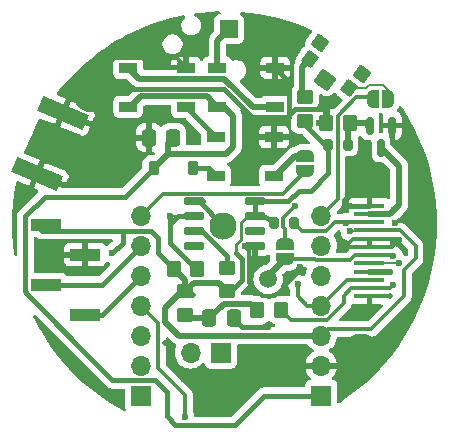
<source format=gbr>
%TF.GenerationSoftware,KiCad,Pcbnew,8.0.1*%
%TF.CreationDate,2024-05-06T20:27:01+02:00*%
%TF.ProjectId,SenseLoraCAM,53656e73-654c-46f7-9261-43414d2e6b69,rev?*%
%TF.SameCoordinates,Original*%
%TF.FileFunction,Copper,L2,Bot*%
%TF.FilePolarity,Positive*%
%FSLAX46Y46*%
G04 Gerber Fmt 4.6, Leading zero omitted, Abs format (unit mm)*
G04 Created by KiCad (PCBNEW 8.0.1) date 2024-05-06 20:27:01*
%MOMM*%
%LPD*%
G01*
G04 APERTURE LIST*
G04 Aperture macros list*
%AMRoundRect*
0 Rectangle with rounded corners*
0 $1 Rounding radius*
0 $2 $3 $4 $5 $6 $7 $8 $9 X,Y pos of 4 corners*
0 Add a 4 corners polygon primitive as box body*
4,1,4,$2,$3,$4,$5,$6,$7,$8,$9,$2,$3,0*
0 Add four circle primitives for the rounded corners*
1,1,$1+$1,$2,$3*
1,1,$1+$1,$4,$5*
1,1,$1+$1,$6,$7*
1,1,$1+$1,$8,$9*
0 Add four rect primitives between the rounded corners*
20,1,$1+$1,$2,$3,$4,$5,0*
20,1,$1+$1,$4,$5,$6,$7,0*
20,1,$1+$1,$6,$7,$8,$9,0*
20,1,$1+$1,$8,$9,$2,$3,0*%
%AMRotRect*
0 Rectangle, with rotation*
0 The origin of the aperture is its center*
0 $1 length*
0 $2 width*
0 $3 Rotation angle, in degrees counterclockwise*
0 Add horizontal line*
21,1,$1,$2,0,0,$3*%
%AMFreePoly0*
4,1,19,0.500000,-0.750000,0.000000,-0.750000,0.000000,-0.744911,-0.071157,-0.744911,-0.207708,-0.704816,-0.327430,-0.627875,-0.420627,-0.520320,-0.479746,-0.390866,-0.500000,-0.250000,-0.500000,0.250000,-0.479746,0.390866,-0.420627,0.520320,-0.327430,0.627875,-0.207708,0.704816,-0.071157,0.744911,0.000000,0.744911,0.000000,0.750000,0.500000,0.750000,0.500000,-0.750000,0.500000,-0.750000,
$1*%
%AMFreePoly1*
4,1,19,0.000000,0.744911,0.071157,0.744911,0.207708,0.704816,0.327430,0.627875,0.420627,0.520320,0.479746,0.390866,0.500000,0.250000,0.500000,-0.250000,0.479746,-0.390866,0.420627,-0.520320,0.327430,-0.627875,0.207708,-0.704816,0.071157,-0.744911,0.000000,-0.744911,0.000000,-0.750000,-0.500000,-0.750000,-0.500000,0.750000,0.000000,0.750000,0.000000,0.744911,0.000000,0.744911,
$1*%
G04 Aperture macros list end*
%TA.AperFunction,SMDPad,CuDef*%
%ADD10RotRect,1.350000X4.200000X247.000000*%
%TD*%
%TA.AperFunction,ComponentPad*%
%ADD11R,1.700000X1.700000*%
%TD*%
%TA.AperFunction,ComponentPad*%
%ADD12O,1.700000X1.700000*%
%TD*%
%TA.AperFunction,SMDPad,CuDef*%
%ADD13RoundRect,0.250000X-0.337500X-0.475000X0.337500X-0.475000X0.337500X0.475000X-0.337500X0.475000X0*%
%TD*%
%TA.AperFunction,SMDPad,CuDef*%
%ADD14RoundRect,0.250000X0.450000X-0.350000X0.450000X0.350000X-0.450000X0.350000X-0.450000X-0.350000X0*%
%TD*%
%TA.AperFunction,SMDPad,CuDef*%
%ADD15R,1.500000X0.900000*%
%TD*%
%TA.AperFunction,SMDPad,CuDef*%
%ADD16RoundRect,0.250000X0.350000X0.450000X-0.350000X0.450000X-0.350000X-0.450000X0.350000X-0.450000X0*%
%TD*%
%TA.AperFunction,SMDPad,CuDef*%
%ADD17R,2.500000X0.350000*%
%TD*%
%TA.AperFunction,SMDPad,CuDef*%
%ADD18FreePoly0,270.000000*%
%TD*%
%TA.AperFunction,SMDPad,CuDef*%
%ADD19FreePoly1,270.000000*%
%TD*%
%TA.AperFunction,SMDPad,CuDef*%
%ADD20RoundRect,0.200000X0.200000X0.275000X-0.200000X0.275000X-0.200000X-0.275000X0.200000X-0.275000X0*%
%TD*%
%TA.AperFunction,SMDPad,CuDef*%
%ADD21R,2.510000X1.000000*%
%TD*%
%TA.AperFunction,SMDPad,CuDef*%
%ADD22FreePoly0,0.000000*%
%TD*%
%TA.AperFunction,SMDPad,CuDef*%
%ADD23FreePoly1,0.000000*%
%TD*%
%TA.AperFunction,SMDPad,CuDef*%
%ADD24RoundRect,0.225000X0.225000X0.375000X-0.225000X0.375000X-0.225000X-0.375000X0.225000X-0.375000X0*%
%TD*%
%TA.AperFunction,SMDPad,CuDef*%
%ADD25RoundRect,0.250000X0.337500X0.475000X-0.337500X0.475000X-0.337500X-0.475000X0.337500X-0.475000X0*%
%TD*%
%TA.AperFunction,SMDPad,CuDef*%
%ADD26C,1.500000*%
%TD*%
%TA.AperFunction,SMDPad,CuDef*%
%ADD27RoundRect,0.150000X-0.150000X0.587500X-0.150000X-0.587500X0.150000X-0.587500X0.150000X0.587500X0*%
%TD*%
%TA.AperFunction,SMDPad,CuDef*%
%ADD28R,1.500000X1.500000*%
%TD*%
%TA.AperFunction,SMDPad,CuDef*%
%ADD29RoundRect,0.165000X-0.567158X-0.125625X0.055785X-0.578220X0.567158X0.125625X-0.055785X0.578220X0*%
%TD*%
%TA.AperFunction,ComponentPad*%
%ADD30C,0.950000*%
%TD*%
%TA.AperFunction,SMDPad,CuDef*%
%ADD31RoundRect,0.180000X-0.586657X-0.092917X0.092917X-0.586657X0.586657X0.092917X-0.092917X0.586657X0*%
%TD*%
%TA.AperFunction,SMDPad,CuDef*%
%ADD32RoundRect,0.210000X-0.724884X-0.079014X0.148854X-0.713822X0.724884X0.079014X-0.148854X0.713822X0*%
%TD*%
%TA.AperFunction,SMDPad,CuDef*%
%ADD33RoundRect,0.250000X-0.350000X-0.450000X0.350000X-0.450000X0.350000X0.450000X-0.350000X0.450000X0*%
%TD*%
%TA.AperFunction,SMDPad,CuDef*%
%ADD34RoundRect,0.250000X-0.450000X0.350000X-0.450000X-0.350000X0.450000X-0.350000X0.450000X0.350000X0*%
%TD*%
%TA.AperFunction,SMDPad,CuDef*%
%ADD35RoundRect,0.200000X-0.200000X-0.275000X0.200000X-0.275000X0.200000X0.275000X-0.200000X0.275000X0*%
%TD*%
%TA.AperFunction,SMDPad,CuDef*%
%ADD36RoundRect,0.150000X0.725000X0.150000X-0.725000X0.150000X-0.725000X-0.150000X0.725000X-0.150000X0*%
%TD*%
%TA.AperFunction,ViaPad*%
%ADD37C,0.500000*%
%TD*%
%TA.AperFunction,ViaPad*%
%ADD38C,0.600000*%
%TD*%
%TA.AperFunction,ViaPad*%
%ADD39C,3.300000*%
%TD*%
%TA.AperFunction,ViaPad*%
%ADD40C,2.300000*%
%TD*%
%TA.AperFunction,Conductor*%
%ADD41C,0.400000*%
%TD*%
%TA.AperFunction,Conductor*%
%ADD42C,0.300000*%
%TD*%
%TA.AperFunction,Conductor*%
%ADD43C,0.250000*%
%TD*%
%TA.AperFunction,Conductor*%
%ADD44C,0.500000*%
%TD*%
%TA.AperFunction,Conductor*%
%ADD45C,0.200000*%
%TD*%
G04 APERTURE END LIST*
D10*
%TO.P,AE1,2,Shield*%
%TO.N,GND*%
X100320022Y-70294942D03*
X98112392Y-75495794D03*
%TD*%
D11*
%TO.P,J3,1,Pin_1*%
%TO.N,+BATT*%
X122200000Y-94240000D03*
D12*
%TO.P,J3,2,Pin_2*%
%TO.N,GND*%
X122200000Y-91700000D03*
%TO.P,J3,3,Pin_3*%
%TO.N,+3.3VP*%
X122200000Y-89160000D03*
%TO.P,J3,4,Pin_4*%
%TO.N,/GPIO09*%
X122200000Y-86620000D03*
%TO.P,J3,5,Pin_5*%
%TO.N,/GPIO08*%
X122200000Y-84080000D03*
%TO.P,J3,6,Pin_6*%
%TO.N,/GPIO07*%
X122200000Y-81540000D03*
%TO.P,J3,7,Pin_7*%
%TO.N,/GPIO44*%
X122200000Y-79000000D03*
%TD*%
D13*
%TO.P,C3,1*%
%TO.N,Net-(C3-Pad1)*%
X112725000Y-87700000D03*
%TO.P,C3,2*%
%TO.N,GND*%
X114800000Y-87700000D03*
%TD*%
D14*
%TO.P,R21,1*%
%TO.N,+3.3VP*%
X120800000Y-71000000D03*
%TO.P,R21,2*%
%TO.N,Net-(R21-Pad2)*%
X120800000Y-69000000D03*
%TD*%
D15*
%TO.P,D6,1,VDD*%
%TO.N,+BATT*%
X105850000Y-69800000D03*
%TO.P,D6,2,DOUT*%
%TO.N,Net-(D6-DOUT)*%
X105850000Y-66500000D03*
%TO.P,D6,3,VSS*%
%TO.N,GND*%
X110750000Y-66500000D03*
%TO.P,D6,4,DIN*%
%TO.N,Net-(D1-DOUT)*%
X110750000Y-69800000D03*
%TD*%
D16*
%TO.P,R19,1*%
%TO.N,/RES_DIS*%
X118775000Y-87000000D03*
%TO.P,R19,2*%
%TO.N,Net-(C3-Pad1)*%
X116775000Y-87000000D03*
%TD*%
D17*
%TO.P,U5,1,GND*%
%TO.N,GND*%
X126275000Y-78150000D03*
%TO.P,U5,2,LEDK*%
%TO.N,/LEDK*%
X126275000Y-78850000D03*
%TO.P,U5,3,LEDA*%
%TO.N,/LED_DIS*%
X126275000Y-79550000D03*
%TO.P,U5,4,VDD*%
%TO.N,+3.3VP*%
X126275000Y-80250000D03*
%TO.P,U5,5,GND*%
%TO.N,GND*%
X126275000Y-80950000D03*
%TO.P,U5,6,GND*%
X126275000Y-81650000D03*
%TO.P,U5,7,D/C*%
%TO.N,/D{slash}C_DIS*%
X126275000Y-82350000D03*
%TO.P,U5,8,~{CS}*%
%TO.N,/CS_DIS*%
X126275000Y-83050000D03*
%TO.P,U5,9,SCK*%
%TO.N,/GPIO07*%
X126275000Y-83750000D03*
%TO.P,U5,10,SDI*%
%TO.N,/GPIO09*%
X126275000Y-84450000D03*
%TO.P,U5,11,~{RESET}*%
%TO.N,/RES_DIS*%
X126275000Y-85150000D03*
%TO.P,U5,12,GND*%
%TO.N,GND*%
X126275000Y-85850000D03*
%TD*%
D18*
%TO.P,JP1,1,A*%
%TO.N,/LED_WS2812*%
X120850000Y-73950000D03*
D19*
%TO.P,JP1,2,B*%
%TO.N,/GPIO43*%
X120850000Y-75250000D03*
%TD*%
D20*
%TO.P,R16,1*%
%TO.N,Net-(Q1-G)*%
X124425000Y-73000000D03*
%TO.P,R16,2*%
%TO.N,+3.3VP*%
X122775000Y-73000000D03*
%TD*%
D11*
%TO.P,J2,1,Pin_1*%
%TO.N,Net-(J2-Pin_1)*%
X113675000Y-90600000D03*
D12*
%TO.P,J2,2,Pin_2*%
%TO.N,Net-(J2-Pin_2)*%
X111135000Y-90600000D03*
%TD*%
D21*
%TO.P,J5,1,Pin_1*%
%TO.N,+3.3VP*%
X98890000Y-79760000D03*
%TO.P,J5,2,Pin_2*%
%TO.N,GND*%
X102200000Y-82300000D03*
%TO.P,J5,3,Pin_3*%
%TO.N,/GPIO06*%
X98890000Y-84840000D03*
%TO.P,J5,4,Pin_4*%
%TO.N,/GPIO05*%
X102200000Y-87380000D03*
%TD*%
D22*
%TO.P,JP2,1,A*%
%TO.N,/GPIO44*%
X126550000Y-69100000D03*
D23*
%TO.P,JP2,2,B*%
%TO.N,/SW_X*%
X127850000Y-69100000D03*
%TD*%
D24*
%TO.P,D2,1,K*%
%TO.N,Net-(D1-VDD)*%
X111300000Y-75000000D03*
%TO.P,D2,2,A*%
%TO.N,+BATT*%
X108000000Y-75000000D03*
%TD*%
D25*
%TO.P,C6,1*%
%TO.N,+BATT*%
X109675000Y-72400000D03*
%TO.P,C6,2*%
%TO.N,GND*%
X107600000Y-72400000D03*
%TD*%
D26*
%TO.P,DC,1,1*%
%TO.N,/D{slash}C_DIS*%
X117700000Y-84400000D03*
%TD*%
D27*
%TO.P,Q1,1,G*%
%TO.N,Net-(Q1-G)*%
X126300000Y-71375000D03*
%TO.P,Q1,2,S*%
%TO.N,GND*%
X128200000Y-71375000D03*
%TO.P,Q1,3,D*%
%TO.N,/LEDK*%
X127250000Y-73250000D03*
%TD*%
D28*
%TO.P,LED,1,1*%
%TO.N,Net-(D7-DOUT)*%
X114400000Y-63200000D03*
%TD*%
D29*
%TO.P,SW2,1,1*%
%TO.N,Net-(R21-Pad2)*%
X121246640Y-65774433D03*
%TO.P,SW2,2,2*%
%TO.N,/SW_X*%
X124563608Y-68184353D03*
D30*
%TO.P,SW2,SH*%
%TO.N,N/C*%
X122036353Y-64432289D03*
D31*
X122065743Y-64391839D03*
D32*
X122537758Y-67485029D03*
D31*
X125625418Y-66978094D03*
D30*
X125596029Y-67018545D03*
%TD*%
D14*
%TO.P,R2,1*%
%TO.N,+3.3VP*%
X114200000Y-85400000D03*
%TO.P,R2,2*%
%TO.N,/GPIO05*%
X114200000Y-83400000D03*
%TD*%
D15*
%TO.P,D7,1,VDD*%
%TO.N,+BATT*%
X113400000Y-69800000D03*
%TO.P,D7,2,DOUT*%
%TO.N,Net-(D7-DOUT)*%
X113400000Y-66500000D03*
%TO.P,D7,3,VSS*%
%TO.N,GND*%
X118300000Y-66500000D03*
%TO.P,D7,4,DIN*%
%TO.N,Net-(D6-DOUT)*%
X118300000Y-69800000D03*
%TD*%
D33*
%TO.P,R17,1*%
%TO.N,GND*%
X122625000Y-71200000D03*
%TO.P,R17,2*%
%TO.N,Net-(Q1-G)*%
X124625000Y-71200000D03*
%TD*%
D18*
%TO.P,JP7,1,A*%
%TO.N,/GPIO43*%
X119100000Y-81400000D03*
D19*
%TO.P,JP7,2,B*%
%TO.N,/D{slash}C_DIS*%
X119100000Y-82700000D03*
%TD*%
D15*
%TO.P,D1,1,VDD*%
%TO.N,Net-(D1-VDD)*%
X113300000Y-75650000D03*
%TO.P,D1,2,DOUT*%
%TO.N,Net-(D1-DOUT)*%
X113300000Y-72350000D03*
%TO.P,D1,3,VSS*%
%TO.N,GND*%
X118200000Y-72350000D03*
%TO.P,D1,4,DIN*%
%TO.N,/LED_WS2812*%
X118200000Y-75650000D03*
%TD*%
D11*
%TO.P,J4,1,Pin_1*%
%TO.N,/AUDIO_BCLK*%
X106900000Y-94240000D03*
D12*
%TO.P,J4,2,Pin_2*%
%TO.N,/AUDIO_LRC*%
X106900000Y-91700000D03*
%TO.P,J4,3,Pin_3*%
%TO.N,/GPIO03*%
X106900000Y-89160000D03*
%TO.P,J4,4,Pin_4*%
%TO.N,/AUDIO_DIN*%
X106900000Y-86620000D03*
%TO.P,J4,5,Pin_5*%
%TO.N,/GPIO05*%
X106900000Y-84080000D03*
%TO.P,J4,6,Pin_6*%
%TO.N,/GPIO06*%
X106900000Y-81540000D03*
%TO.P,J4,7,Pin_7*%
%TO.N,/GPIO43*%
X106900000Y-79000000D03*
%TD*%
D33*
%TO.P,R3,1*%
%TO.N,+3.3VP*%
X109700000Y-83500000D03*
%TO.P,R3,2*%
%TO.N,/GPIO06*%
X111700000Y-83500000D03*
%TD*%
D34*
%TO.P,R7,1*%
%TO.N,+3.3VP*%
X110700000Y-85400000D03*
%TO.P,R7,2*%
%TO.N,Net-(C3-Pad1)*%
X110700000Y-87400000D03*
%TD*%
D35*
%TO.P,R18,1*%
%TO.N,+3.3VP*%
X118200000Y-79600000D03*
%TO.P,R18,2*%
%TO.N,/LED_DIS*%
X119850000Y-79600000D03*
%TD*%
D36*
%TO.P,U6,1,VDD*%
%TO.N,+3.3VP*%
X116600000Y-77790000D03*
%TO.P,U6,2,MODE*%
X116600000Y-79060000D03*
%TO.P,U6,3,OUT*%
%TO.N,unconnected-(U6-OUT-Pad3)*%
X116600000Y-80330000D03*
%TO.P,U6,4,GND*%
%TO.N,GND*%
X116600000Y-81600000D03*
%TO.P,U6,5,PUSH*%
%TO.N,unconnected-(U6-PUSH-Pad5)*%
X111450000Y-81600000D03*
%TO.P,U6,6,A*%
%TO.N,/GPIO05*%
X111450000Y-80330000D03*
%TO.P,U6,7,B*%
%TO.N,/GPIO06*%
X111450000Y-79060000D03*
%TO.P,U6,8,Z*%
%TO.N,/GPIO03*%
X111450000Y-77790000D03*
%TD*%
D37*
%TO.N,GND*%
X98200000Y-75600000D03*
D38*
X125800000Y-87200000D03*
D37*
X124100000Y-78300000D03*
D38*
X122000000Y-71200000D03*
X124000000Y-81800000D03*
X122400000Y-69800000D03*
X105000000Y-74000000D03*
D39*
X102800000Y-68600000D03*
D37*
X117000000Y-74200000D03*
X102700000Y-92900000D03*
X109000000Y-89800000D03*
D38*
X98300000Y-83000000D03*
X128740380Y-81059620D03*
D39*
X125600000Y-90600000D03*
D38*
X120400000Y-83350000D03*
X125500000Y-73800000D03*
X110600000Y-92800000D03*
X102700000Y-76200000D03*
X128400000Y-79600000D03*
X117725000Y-88400000D03*
X116200000Y-66400000D03*
X126200000Y-76800000D03*
D37*
X100400000Y-70200000D03*
D38*
X118200000Y-72600000D03*
D37*
X128000000Y-85800000D03*
D38*
X115700000Y-81600000D03*
X128300000Y-72800000D03*
%TO.N,+3.3VP*%
X120400000Y-71000000D03*
X104500000Y-82200000D03*
X124615136Y-80335318D03*
%TO.N,+BATT*%
X105850000Y-69800000D03*
%TO.N,/GPIO07*%
X128000000Y-83800000D03*
%TO.N,/GPIO09*%
X120200000Y-84800000D03*
%TO.N,/LEDK*%
X128387500Y-78487500D03*
%TO.N,/AUDIO_DIN*%
X110656786Y-96048000D03*
D40*
%TO.N,/GPIO03*%
X113900000Y-79900000D03*
D38*
%TO.N,/GPIO06*%
X109400000Y-79000000D03*
%TO.N,/GPIO05*%
X111450000Y-80330000D03*
%TO.N,/GPIO43*%
X120850000Y-75250000D03*
X120000000Y-78200000D03*
%TO.N,/D{slash}C_DIS*%
X128300000Y-82400000D03*
%TO.N,/LED_DIS*%
X124300000Y-79600000D03*
%TO.N,/RES_DIS*%
X128300000Y-84900000D03*
%TO.N,/CS_DIS*%
X128800000Y-83050000D03*
%TD*%
D41*
%TO.N,GND*%
X119450000Y-67650000D02*
X118300000Y-66500000D01*
X124125000Y-77675000D02*
X125000000Y-76800000D01*
D42*
X122800000Y-71200000D02*
X122800000Y-70200000D01*
X118300000Y-85800000D02*
X119550000Y-84550000D01*
X124850000Y-80950000D02*
X124000000Y-81800000D01*
X122000000Y-71200000D02*
X122800000Y-71200000D01*
D41*
X113980762Y-68300000D02*
X116330762Y-70650000D01*
D42*
X119550000Y-84530761D02*
X119930761Y-84150000D01*
D41*
X122200000Y-70000000D02*
X122400000Y-69800000D01*
D42*
X128000000Y-85800000D02*
X126325000Y-85800000D01*
D41*
X115500000Y-88400000D02*
X117725000Y-88400000D01*
D42*
X116100000Y-82000000D02*
X116100000Y-84700000D01*
D41*
X126275000Y-76875000D02*
X126200000Y-76800000D01*
D42*
X126275000Y-81650000D02*
X128150000Y-81650000D01*
X102800000Y-67650000D02*
X102800000Y-68600000D01*
D41*
X124250000Y-78150000D02*
X124100000Y-78300000D01*
D42*
X104750000Y-65700000D02*
X102800000Y-67650000D01*
D41*
X126275000Y-78150000D02*
X126275000Y-76875000D01*
X124125000Y-78275000D02*
X124125000Y-77675000D01*
D42*
X119930761Y-84150000D02*
X119950000Y-84150000D01*
X126275000Y-80950000D02*
X124850000Y-80950000D01*
X126325000Y-85800000D02*
X126275000Y-85850000D01*
D41*
X119450000Y-70650000D02*
X119450000Y-70500000D01*
X124100000Y-78300000D02*
X124125000Y-78275000D01*
D42*
X124000000Y-81650000D02*
X124000000Y-81800000D01*
X119950000Y-84150000D02*
X120400000Y-83700000D01*
X126275000Y-81650000D02*
X124000000Y-81650000D01*
D41*
X103150000Y-68250000D02*
X113350000Y-68250000D01*
D42*
X115700000Y-81600000D02*
X116100000Y-82000000D01*
X119550000Y-84550000D02*
X119550000Y-84530761D01*
D41*
X102800000Y-68600000D02*
X103150000Y-68250000D01*
X126275000Y-78150000D02*
X124250000Y-78150000D01*
X113400000Y-68300000D02*
X113980762Y-68300000D01*
D42*
X120400000Y-83700000D02*
X120400000Y-83350000D01*
D41*
X125000000Y-76800000D02*
X126200000Y-76800000D01*
D42*
X115700000Y-81600000D02*
X116600000Y-81600000D01*
X128150000Y-81650000D02*
X128740380Y-81059620D01*
X117200000Y-85800000D02*
X118300000Y-85800000D01*
D41*
X119450000Y-70500000D02*
X119450000Y-67650000D01*
X114800000Y-87700000D02*
X115500000Y-88400000D01*
D42*
X128630760Y-80950000D02*
X128740380Y-81059620D01*
D41*
X119950000Y-70000000D02*
X122200000Y-70000000D01*
D42*
X116100000Y-84700000D02*
X117200000Y-85800000D01*
D41*
X119450000Y-70500000D02*
X119950000Y-70000000D01*
D42*
X110750000Y-66500000D02*
X109950000Y-65700000D01*
D41*
X113350000Y-68250000D02*
X113400000Y-68300000D01*
D42*
X109950000Y-65700000D02*
X104750000Y-65700000D01*
D41*
X116330762Y-70650000D02*
X119450000Y-70650000D01*
D42*
X126275000Y-80950000D02*
X128630760Y-80950000D01*
X122800000Y-70200000D02*
G75*
G03*
X122400000Y-69800000I-400000J0D01*
G01*
D41*
%TO.N,+3.3VP*%
X108400000Y-80900000D02*
X107790000Y-80290000D01*
X105400000Y-80290000D02*
X105400000Y-81300000D01*
D43*
X114950000Y-82150000D02*
X115000000Y-82200000D01*
D41*
X105400000Y-80290000D02*
X98520000Y-80290000D01*
X119420050Y-77790000D02*
X120310050Y-76900000D01*
X122775000Y-73000000D02*
X122500000Y-73000000D01*
D44*
X110400000Y-85400000D02*
X110700000Y-85400000D01*
D41*
X116213026Y-79060000D02*
X116600000Y-79060000D01*
D42*
X130200000Y-82600000D02*
X129200000Y-83600000D01*
X129200000Y-85828428D02*
X126428428Y-88600000D01*
D43*
X115400000Y-79600000D02*
X115940000Y-79060000D01*
D41*
X98520000Y-80290000D02*
X97990000Y-79760000D01*
D42*
X109600000Y-83187500D02*
X109587500Y-83200000D01*
D44*
X109000000Y-86800000D02*
X110400000Y-85400000D01*
D42*
X128850000Y-80250000D02*
X130200000Y-81600000D01*
D41*
X114200000Y-85400000D02*
X114526166Y-85400000D01*
X114526166Y-85400000D02*
X115500000Y-84426166D01*
D44*
X110700000Y-85400000D02*
X110700000Y-84487500D01*
D41*
X115500000Y-82700000D02*
X115000000Y-82200000D01*
D42*
X126428428Y-88600000D02*
X122760000Y-88600000D01*
X129200000Y-83600000D02*
X129200000Y-85828428D01*
D44*
X111400000Y-84700000D02*
X110700000Y-85400000D01*
D42*
X110350000Y-85112500D02*
X111000000Y-85762500D01*
D44*
X122200000Y-89160000D02*
X110160000Y-89160000D01*
D45*
X126189682Y-80335318D02*
X126275000Y-80250000D01*
D44*
X114200000Y-85400000D02*
X113500000Y-84700000D01*
D41*
X115500000Y-84426166D02*
X115500000Y-82700000D01*
X105400000Y-81300000D02*
X104500000Y-82200000D01*
X108400000Y-82200000D02*
X108400000Y-80900000D01*
D43*
X114950000Y-81450000D02*
X114950000Y-82150000D01*
D45*
X124615136Y-80335318D02*
X126189682Y-80335318D01*
D44*
X110160000Y-89160000D02*
X109000000Y-88000000D01*
D41*
X120310050Y-76900000D02*
X121300000Y-76900000D01*
X116600000Y-79060000D02*
X116896325Y-79060000D01*
X107790000Y-80290000D02*
X105400000Y-80290000D01*
X120800000Y-71300000D02*
X120800000Y-71000000D01*
X116600000Y-79060000D02*
X116600000Y-77790000D01*
D42*
X122760000Y-88600000D02*
X122200000Y-89160000D01*
D43*
X115400000Y-81000000D02*
X115400000Y-79600000D01*
D41*
X116600000Y-77790000D02*
X119420050Y-77790000D01*
D43*
X115940000Y-79060000D02*
X116600000Y-79060000D01*
D41*
X109700000Y-83500000D02*
X108400000Y-82200000D01*
D44*
X111334378Y-85762500D02*
X111000000Y-85762500D01*
X109000000Y-88000000D02*
X109000000Y-86800000D01*
D41*
X122500000Y-73000000D02*
X120800000Y-71300000D01*
D43*
X114950000Y-81450000D02*
X115400000Y-81000000D01*
D42*
X120800000Y-71000000D02*
X120400000Y-71000000D01*
D44*
X110700000Y-84487500D02*
X109500000Y-83287500D01*
X113500000Y-84700000D02*
X111400000Y-84700000D01*
D41*
X122775000Y-75425000D02*
X122775000Y-73000000D01*
X121300000Y-76900000D02*
X122775000Y-75425000D01*
D42*
X126275000Y-80250000D02*
X128850000Y-80250000D01*
X130200000Y-81600000D02*
X130200000Y-82600000D01*
D41*
X116896325Y-79060000D02*
G75*
G02*
X118199993Y-79600007I-25J-1843700D01*
G01*
D44*
%TO.N,Net-(C3-Pad1)*%
X116775000Y-87000000D02*
X116375000Y-87400000D01*
X113925000Y-86500000D02*
X116275000Y-86500000D01*
X112725000Y-87700000D02*
X113925000Y-86500000D01*
X111000000Y-87700000D02*
X110700000Y-87400000D01*
X112725000Y-87700000D02*
X111000000Y-87700000D01*
X116275000Y-86500000D02*
X116775000Y-87000000D01*
D41*
%TO.N,Net-(D1-DOUT)*%
X110750000Y-69800000D02*
X113300000Y-72350000D01*
D44*
%TO.N,+BATT*%
X109200000Y-72875000D02*
X109675000Y-72400000D01*
D41*
X117360000Y-94240000D02*
X122200000Y-94240000D01*
X109848000Y-96748000D02*
X114852000Y-96748000D01*
X109100000Y-96000000D02*
X109848000Y-96748000D01*
X97138879Y-79061121D02*
X98800000Y-77400000D01*
X106700000Y-92950000D02*
X104515379Y-92950000D01*
X109100000Y-93940000D02*
X109100000Y-96000000D01*
D44*
X114700000Y-70539339D02*
X114700000Y-73200000D01*
D41*
X104515379Y-92950000D02*
X97240325Y-85674946D01*
D44*
X106900000Y-68900000D02*
X112500000Y-68900000D01*
D42*
X97091500Y-85412244D02*
X99695000Y-88015744D01*
X99695000Y-88230000D02*
X104365000Y-92900000D01*
X99695000Y-88015744D02*
X99695000Y-88230000D01*
D44*
X113960661Y-69800000D02*
X114700000Y-70539339D01*
X109200000Y-73800000D02*
X108000000Y-75000000D01*
D41*
X98800000Y-77400000D02*
X105600000Y-77400000D01*
X114852000Y-96748000D02*
X117360000Y-94240000D01*
D44*
X106000000Y-69800000D02*
X106900000Y-68900000D01*
D41*
X108050000Y-92950000D02*
X106700000Y-92950000D01*
D44*
X114700000Y-73200000D02*
X114100000Y-73800000D01*
D41*
X97240325Y-85674946D02*
X97138879Y-85396225D01*
D44*
X112500000Y-68900000D02*
X113400000Y-69800000D01*
X114100000Y-73800000D02*
X109200000Y-73800000D01*
D41*
X105600000Y-77400000D02*
X108000000Y-75000000D01*
X106700000Y-92950000D02*
X108110000Y-92950000D01*
X97138879Y-85396225D02*
X97138879Y-79061121D01*
D44*
X113400000Y-69800000D02*
X113960661Y-69800000D01*
D41*
X108110000Y-92950000D02*
X109100000Y-93940000D01*
D44*
X109200000Y-73800000D02*
X109200000Y-72875000D01*
%TO.N,/GPIO07*%
X128000000Y-83800000D02*
X126275000Y-83800000D01*
D42*
%TO.N,/GPIO09*%
X120200000Y-84800000D02*
X120200000Y-85800000D01*
X126275000Y-84450000D02*
X124370000Y-84450000D01*
X124370000Y-84450000D02*
X122200000Y-86620000D01*
X120200000Y-85800000D02*
X121020000Y-86620000D01*
X121020000Y-86620000D02*
X122200000Y-86620000D01*
D44*
%TO.N,/LEDK*%
X128800000Y-78075000D02*
X128800000Y-74800000D01*
X128025000Y-78850000D02*
X128387500Y-78487500D01*
X126275000Y-78850000D02*
X128025000Y-78850000D01*
X128800000Y-74800000D02*
X127250000Y-73250000D01*
X128387500Y-78487500D02*
X128800000Y-78075000D01*
%TO.N,Net-(Q1-G)*%
X124450000Y-71200000D02*
X125962500Y-71200000D01*
X125962500Y-71200000D02*
X126137500Y-71375000D01*
X124425000Y-73000000D02*
X124425000Y-71225000D01*
%TO.N,Net-(R21-Pad2)*%
X120600000Y-66421072D02*
X121246639Y-65774433D01*
X120600000Y-69000000D02*
X120600000Y-66421072D01*
D42*
%TO.N,/AUDIO_DIN*%
X110656786Y-94156786D02*
X108400000Y-91900000D01*
X108400000Y-88120000D02*
X106900000Y-86620000D01*
X110656786Y-96048000D02*
X110656786Y-94156786D01*
X108400000Y-91900000D02*
X108400000Y-88120000D01*
D41*
%TO.N,/GPIO03*%
X112190000Y-77790000D02*
X111450000Y-77790000D01*
X111450000Y-77790000D02*
X111836974Y-77790000D01*
X113900000Y-79853026D02*
X113900000Y-79900000D01*
X111836974Y-77790000D02*
X113900000Y-79853026D01*
D45*
%TO.N,/GPIO06*%
X111450000Y-79060000D02*
X109460000Y-79060000D01*
D41*
X109400000Y-79700000D02*
X109400000Y-79000000D01*
X111600000Y-83500000D02*
X109400000Y-81300000D01*
X98890000Y-84840000D02*
X103600000Y-84840000D01*
X110040000Y-79060000D02*
X111450000Y-79060000D01*
X109400000Y-79700000D02*
X110040000Y-79060000D01*
X103600000Y-84840000D02*
X106900000Y-81540000D01*
D45*
X109460000Y-79060000D02*
X109400000Y-79000000D01*
D41*
X109400000Y-81300000D02*
X109400000Y-79700000D01*
D42*
%TO.N,/GPIO05*%
X106900000Y-84080000D02*
X106970000Y-84150000D01*
D41*
X103600000Y-87380000D02*
X106900000Y-84080000D01*
X102200000Y-87380000D02*
X103600000Y-87380000D01*
X112130000Y-80330000D02*
X114200000Y-82400000D01*
X111450000Y-80330000D02*
X112130000Y-80330000D01*
X114200000Y-82400000D02*
X114200000Y-83400000D01*
D42*
%TO.N,/GPIO43*%
X120000000Y-78200000D02*
X119991642Y-78200000D01*
X106900000Y-79000000D02*
X108760000Y-77140000D01*
X108760000Y-77140000D02*
X118960000Y-77140000D01*
X118950000Y-79241642D02*
X118950000Y-79987057D01*
X119100000Y-80137057D02*
X119100000Y-81400000D01*
X118960000Y-77140000D02*
X120850000Y-75250000D01*
X119991642Y-78200000D02*
X118950000Y-79241642D01*
X118950000Y-79987057D02*
X119100000Y-80137057D01*
%TO.N,/GPIO44*%
X123575000Y-77625000D02*
X122200000Y-79000000D01*
X123575000Y-70594544D02*
X123575000Y-77625000D01*
X126800000Y-69000000D02*
X125169544Y-69000000D01*
X125169544Y-69000000D02*
X123575000Y-70594544D01*
D44*
%TO.N,Net-(D6-DOUT)*%
X116400000Y-69800000D02*
X114000000Y-67400000D01*
X114000000Y-67400000D02*
X106750000Y-67400000D01*
X106750000Y-67400000D02*
X105850000Y-66500000D01*
X118300000Y-69800000D02*
X116400000Y-69800000D01*
%TO.N,Net-(D7-DOUT)*%
X113400000Y-66500000D02*
X113400000Y-64200000D01*
X113400000Y-64200000D02*
X114400000Y-63200000D01*
%TO.N,/LED_WS2812*%
X119950000Y-73950000D02*
X120850000Y-73950000D01*
X118200000Y-75700000D02*
X119950000Y-73950000D01*
D45*
%TO.N,/SW_X*%
X128100000Y-68682966D02*
X128100000Y-69000000D01*
X127974134Y-68517942D02*
X128100000Y-68682966D01*
X124563608Y-68184353D02*
X126015647Y-68184353D01*
X127843002Y-68361665D02*
X127974134Y-68517942D01*
X127426337Y-67945000D02*
X127843002Y-68361665D01*
X126255000Y-67945000D02*
X127426337Y-67945000D01*
X126015647Y-68184353D02*
X126255000Y-67945000D01*
D42*
%TO.N,Net-(D1-VDD)*%
X113100000Y-75700000D02*
X113300000Y-75700000D01*
D41*
X112650000Y-75000000D02*
X113300000Y-75650000D01*
X111300000Y-75000000D02*
X112650000Y-75000000D01*
D44*
%TO.N,/D{slash}C_DIS*%
X117700000Y-84100000D02*
X119100000Y-82700000D01*
D42*
X128250000Y-82350000D02*
X128300000Y-82400000D01*
X121662943Y-82700000D02*
X119100000Y-82700000D01*
D44*
X117700000Y-84400000D02*
X117700000Y-84100000D01*
D42*
X121762943Y-82800000D02*
X121662943Y-82700000D01*
X126275000Y-82350000D02*
X125050000Y-82350000D01*
X126275000Y-82350000D02*
X128250000Y-82350000D01*
X124600000Y-82800000D02*
X121762943Y-82800000D01*
X125050000Y-82350000D02*
X124600000Y-82800000D01*
%TO.N,/LED_DIS*%
X124300000Y-79600000D02*
X124250000Y-79550000D01*
X120550000Y-80300000D02*
X119850000Y-79600000D01*
X124300000Y-79600000D02*
X124350000Y-79550000D01*
X124250000Y-79550000D02*
X123347057Y-79550000D01*
X122597057Y-80300000D02*
X120550000Y-80300000D01*
X123347057Y-79550000D02*
X122597057Y-80300000D01*
X124350000Y-79550000D02*
X126275000Y-79550000D01*
%TO.N,/RES_DIS*%
X119595000Y-87820000D02*
X118600000Y-86825000D01*
X126275000Y-85150000D02*
X124725000Y-85150000D01*
X126275000Y-85150000D02*
X128050000Y-85150000D01*
X124725000Y-85150000D02*
X124100000Y-85775000D01*
X122697057Y-87820000D02*
X119595000Y-87820000D01*
X124100000Y-86417057D02*
X122697057Y-87820000D01*
X124100000Y-85775000D02*
X124100000Y-86417057D01*
X128050000Y-85150000D02*
X128300000Y-84900000D01*
D45*
%TO.N,/CS_DIS*%
X126275000Y-83050000D02*
X128800000Y-83050000D01*
%TD*%
%TA.AperFunction,Conductor*%
%TO.N,GND*%
G36*
X109255703Y-89317517D02*
G01*
X109262181Y-89323549D01*
X109681586Y-89742954D01*
X109707056Y-89759971D01*
X109745265Y-89785501D01*
X109804505Y-89825084D01*
X109835277Y-89837830D01*
X109853909Y-89845547D01*
X109908310Y-89889387D01*
X109930376Y-89955681D01*
X109918837Y-90012512D01*
X109861099Y-90136330D01*
X109861094Y-90136344D01*
X109799938Y-90364586D01*
X109799936Y-90364596D01*
X109779341Y-90599999D01*
X109779341Y-90600000D01*
X109799936Y-90835403D01*
X109799938Y-90835413D01*
X109861094Y-91063655D01*
X109861096Y-91063659D01*
X109861097Y-91063663D01*
X109941620Y-91236344D01*
X109960965Y-91277830D01*
X109960967Y-91277834D01*
X110041603Y-91392993D01*
X110096505Y-91471401D01*
X110263599Y-91638495D01*
X110343004Y-91694095D01*
X110457165Y-91774032D01*
X110457167Y-91774033D01*
X110457170Y-91774035D01*
X110671337Y-91873903D01*
X110899592Y-91935063D01*
X111076034Y-91950500D01*
X111134999Y-91955659D01*
X111135000Y-91955659D01*
X111135001Y-91955659D01*
X111193966Y-91950500D01*
X111370408Y-91935063D01*
X111598663Y-91873903D01*
X111812830Y-91774035D01*
X112006401Y-91638495D01*
X112128329Y-91516566D01*
X112189648Y-91483084D01*
X112259340Y-91488068D01*
X112315274Y-91529939D01*
X112332189Y-91560917D01*
X112381202Y-91692328D01*
X112381206Y-91692335D01*
X112467452Y-91807544D01*
X112467455Y-91807547D01*
X112582664Y-91893793D01*
X112582671Y-91893797D01*
X112717517Y-91944091D01*
X112717516Y-91944091D01*
X112724444Y-91944835D01*
X112777127Y-91950500D01*
X114572872Y-91950499D01*
X114632483Y-91944091D01*
X114767331Y-91893796D01*
X114882546Y-91807546D01*
X114968796Y-91692331D01*
X115019091Y-91557483D01*
X115025500Y-91497873D01*
X115025499Y-90034499D01*
X115045184Y-89967461D01*
X115097987Y-89921706D01*
X115149499Y-89910500D01*
X121012299Y-89910500D01*
X121079338Y-89930185D01*
X121113873Y-89963376D01*
X121161505Y-90031401D01*
X121328597Y-90198493D01*
X121328603Y-90198498D01*
X121514594Y-90328730D01*
X121558219Y-90383307D01*
X121565413Y-90452805D01*
X121533890Y-90515160D01*
X121514595Y-90531880D01*
X121328922Y-90661890D01*
X121328920Y-90661891D01*
X121161891Y-90828920D01*
X121161886Y-90828926D01*
X121026400Y-91022420D01*
X121026399Y-91022422D01*
X120926570Y-91236507D01*
X120926567Y-91236513D01*
X120869364Y-91449999D01*
X120869364Y-91450000D01*
X121766988Y-91450000D01*
X121734075Y-91507007D01*
X121700000Y-91634174D01*
X121700000Y-91765826D01*
X121734075Y-91892993D01*
X121766988Y-91950000D01*
X120869364Y-91950000D01*
X120926567Y-92163486D01*
X120926570Y-92163492D01*
X121026399Y-92377578D01*
X121161894Y-92571082D01*
X121283946Y-92693134D01*
X121317431Y-92754457D01*
X121312447Y-92824149D01*
X121270575Y-92880082D01*
X121239598Y-92896997D01*
X121107671Y-92946202D01*
X121107664Y-92946206D01*
X120992455Y-93032452D01*
X120992452Y-93032455D01*
X120906206Y-93147664D01*
X120906202Y-93147671D01*
X120855908Y-93282517D01*
X120849501Y-93342116D01*
X120849501Y-93342123D01*
X120849500Y-93342135D01*
X120849500Y-93415500D01*
X120829815Y-93482539D01*
X120777011Y-93528294D01*
X120725500Y-93539500D01*
X117291004Y-93539500D01*
X117155677Y-93566418D01*
X117155667Y-93566421D01*
X117028192Y-93619222D01*
X116913454Y-93695887D01*
X116913453Y-93695888D01*
X114598162Y-96011181D01*
X114536839Y-96044666D01*
X114510481Y-96047500D01*
X111573108Y-96047500D01*
X111506069Y-96027815D01*
X111460314Y-95975011D01*
X111449888Y-95937383D01*
X111442155Y-95868750D01*
X111442154Y-95868748D01*
X111442154Y-95868745D01*
X111382575Y-95698478D01*
X111327096Y-95610183D01*
X111326292Y-95608903D01*
X111307286Y-95542931D01*
X111307286Y-94092714D01*
X111282288Y-93967047D01*
X111282287Y-93967046D01*
X111282287Y-93967042D01*
X111233251Y-93848659D01*
X111196367Y-93793458D01*
X111196367Y-93793457D01*
X111162063Y-93742117D01*
X111162057Y-93742110D01*
X109086819Y-91666872D01*
X109053334Y-91605549D01*
X109050500Y-91579191D01*
X109050500Y-89411230D01*
X109070185Y-89344191D01*
X109122989Y-89298436D01*
X109192147Y-89288492D01*
X109255703Y-89317517D01*
G37*
%TD.AperFunction*%
%TA.AperFunction,Conductor*%
G36*
X98028764Y-87454042D02*
G01*
X99121345Y-88546623D01*
X99136766Y-88565413D01*
X99189724Y-88644671D01*
X103950325Y-93405272D01*
X103950328Y-93405274D01*
X103950330Y-93405276D01*
X104029585Y-93458232D01*
X104048376Y-93473654D01*
X104068833Y-93494112D01*
X104183571Y-93570777D01*
X104300530Y-93619222D01*
X104311051Y-93623580D01*
X104311055Y-93623580D01*
X104311056Y-93623581D01*
X104446382Y-93650500D01*
X104446385Y-93650500D01*
X104446386Y-93650500D01*
X105425500Y-93650500D01*
X105492539Y-93670185D01*
X105538294Y-93722989D01*
X105549500Y-93774500D01*
X105549500Y-95137870D01*
X105549501Y-95137876D01*
X105555908Y-95197483D01*
X105606202Y-95332328D01*
X105606204Y-95332331D01*
X105633600Y-95368927D01*
X105658018Y-95434391D01*
X105643167Y-95502665D01*
X105593762Y-95552070D01*
X105525489Y-95566923D01*
X105473175Y-95551107D01*
X104901286Y-95226860D01*
X104760246Y-95146893D01*
X104755275Y-95143919D01*
X104046360Y-94696820D01*
X104041524Y-94693609D01*
X103354379Y-94213797D01*
X103349692Y-94210358D01*
X103033876Y-93967042D01*
X102685784Y-93698859D01*
X102681267Y-93695208D01*
X102042053Y-93153143D01*
X102037736Y-93149306D01*
X101424616Y-92577860D01*
X101420463Y-92573803D01*
X100834834Y-91974280D01*
X100830886Y-91970045D01*
X100273952Y-91343677D01*
X100270218Y-91339272D01*
X100187138Y-91236513D01*
X99862845Y-90835403D01*
X99743301Y-90687542D01*
X99739753Y-90682937D01*
X99506173Y-90364592D01*
X99243950Y-90007209D01*
X99240643Y-90002474D01*
X98777045Y-89304228D01*
X98773952Y-89299324D01*
X98767470Y-89288492D01*
X98343601Y-88580133D01*
X98340738Y-88575081D01*
X98325473Y-88546623D01*
X97944590Y-87836547D01*
X97941968Y-87831371D01*
X97939297Y-87825776D01*
X97829182Y-87595148D01*
X97818062Y-87526171D01*
X97845999Y-87462130D01*
X97904125Y-87423359D01*
X97973984Y-87422168D01*
X98028764Y-87454042D01*
G37*
%TD.AperFunction*%
%TA.AperFunction,Conductor*%
G36*
X128949791Y-69703239D02*
G01*
X128986055Y-69738966D01*
X129202950Y-70065641D01*
X129222946Y-70095758D01*
X129226047Y-70100675D01*
X129656394Y-70819860D01*
X129659261Y-70824918D01*
X130055403Y-71563442D01*
X130058031Y-71568628D01*
X130419146Y-72324960D01*
X130421527Y-72330264D01*
X130746780Y-73102660D01*
X130748910Y-73108069D01*
X131037609Y-73894879D01*
X131039483Y-73900383D01*
X131290980Y-74699846D01*
X131292594Y-74705431D01*
X131506341Y-75515796D01*
X131507692Y-75521450D01*
X131683226Y-76340970D01*
X131684310Y-76346682D01*
X131821235Y-77173514D01*
X131822050Y-77179270D01*
X131920071Y-78011622D01*
X131920615Y-78017411D01*
X131979511Y-78853411D01*
X131979784Y-78859218D01*
X131999431Y-79697093D01*
X131999431Y-79702907D01*
X131979784Y-80540781D01*
X131979511Y-80546588D01*
X131920615Y-81382588D01*
X131920071Y-81388377D01*
X131822050Y-82220729D01*
X131821235Y-82226485D01*
X131684310Y-83053317D01*
X131683226Y-83059029D01*
X131507692Y-83878549D01*
X131506341Y-83884203D01*
X131292594Y-84694568D01*
X131290980Y-84700153D01*
X131039483Y-85499616D01*
X131037609Y-85505120D01*
X130748910Y-86291930D01*
X130746780Y-86297339D01*
X130421527Y-87069735D01*
X130419146Y-87075039D01*
X130058031Y-87831371D01*
X130055403Y-87836557D01*
X129659261Y-88575081D01*
X129656394Y-88580139D01*
X129226047Y-89299324D01*
X129222946Y-89304241D01*
X128759367Y-90002458D01*
X128756038Y-90007225D01*
X128260246Y-90682937D01*
X128256698Y-90687542D01*
X127729781Y-91339272D01*
X127726025Y-91343701D01*
X127532889Y-91560917D01*
X127169129Y-91970028D01*
X127165165Y-91974280D01*
X126579536Y-92573803D01*
X126575377Y-92577866D01*
X125962277Y-93149293D01*
X125957932Y-93153156D01*
X125318732Y-93695208D01*
X125314211Y-93698863D01*
X124650307Y-94210358D01*
X124645620Y-94213797D01*
X123958475Y-94693609D01*
X123953632Y-94696825D01*
X123740647Y-94831150D01*
X123673442Y-94850262D01*
X123606573Y-94830007D01*
X123561270Y-94776815D01*
X123550499Y-94726267D01*
X123550499Y-93342129D01*
X123550498Y-93342123D01*
X123550497Y-93342116D01*
X123544091Y-93282517D01*
X123493796Y-93147669D01*
X123493795Y-93147668D01*
X123493793Y-93147664D01*
X123407547Y-93032455D01*
X123407544Y-93032452D01*
X123292335Y-92946206D01*
X123292328Y-92946202D01*
X123160401Y-92896997D01*
X123104467Y-92855126D01*
X123080050Y-92789662D01*
X123094902Y-92721389D01*
X123116053Y-92693133D01*
X123238108Y-92571078D01*
X123373600Y-92377578D01*
X123473429Y-92163492D01*
X123473432Y-92163486D01*
X123530636Y-91950000D01*
X122633012Y-91950000D01*
X122665925Y-91892993D01*
X122700000Y-91765826D01*
X122700000Y-91634174D01*
X122665925Y-91507007D01*
X122633012Y-91450000D01*
X123530636Y-91450000D01*
X123530635Y-91449999D01*
X123473432Y-91236513D01*
X123473429Y-91236507D01*
X123373600Y-91022422D01*
X123373599Y-91022420D01*
X123238113Y-90828926D01*
X123238108Y-90828920D01*
X123071078Y-90661890D01*
X122885405Y-90531879D01*
X122841780Y-90477302D01*
X122834588Y-90407804D01*
X122866110Y-90345449D01*
X122885406Y-90328730D01*
X123049500Y-90213830D01*
X123071401Y-90198495D01*
X123238495Y-90031401D01*
X123374035Y-89837830D01*
X123473903Y-89623663D01*
X123535063Y-89395408D01*
X123537838Y-89363691D01*
X123563291Y-89298623D01*
X123619882Y-89257645D01*
X123661366Y-89250500D01*
X126492499Y-89250500D01*
X126577043Y-89233682D01*
X126618172Y-89225501D01*
X126736555Y-89176465D01*
X126761197Y-89160000D01*
X126761199Y-89159999D01*
X126788497Y-89141759D01*
X126843097Y-89105277D01*
X129705277Y-86243097D01*
X129776465Y-86136555D01*
X129788240Y-86108127D01*
X129825501Y-86018172D01*
X129840619Y-85942171D01*
X129850500Y-85892499D01*
X129850500Y-83920808D01*
X129870185Y-83853769D01*
X129886819Y-83833127D01*
X130705272Y-83014674D01*
X130705277Y-83014669D01*
X130776466Y-82908126D01*
X130825501Y-82789743D01*
X130829629Y-82768994D01*
X130838352Y-82725144D01*
X130850500Y-82664071D01*
X130850500Y-81535928D01*
X130825502Y-81410261D01*
X130825501Y-81410260D01*
X130825501Y-81410256D01*
X130776465Y-81291873D01*
X130776464Y-81291871D01*
X130760212Y-81267547D01*
X130760212Y-81267546D01*
X130705279Y-81185334D01*
X130705273Y-81185326D01*
X129264673Y-79744726D01*
X129206755Y-79706027D01*
X129158127Y-79673535D01*
X129039744Y-79624499D01*
X129039738Y-79624497D01*
X128914071Y-79599500D01*
X128914069Y-79599500D01*
X128636231Y-79599500D01*
X128569192Y-79579815D01*
X128523437Y-79527011D01*
X128513493Y-79457853D01*
X128542518Y-79394297D01*
X128548549Y-79387820D01*
X128667983Y-79268384D01*
X128695560Y-79240806D01*
X128731634Y-79218150D01*
X128730748Y-79216310D01*
X128737010Y-79213292D01*
X128737022Y-79213289D01*
X128889762Y-79117316D01*
X129017316Y-78989762D01*
X129113289Y-78837022D01*
X129113292Y-78837010D01*
X129116310Y-78830748D01*
X129118150Y-78831634D01*
X129140803Y-78795563D01*
X129382951Y-78553416D01*
X129404496Y-78521172D01*
X129465084Y-78430495D01*
X129521658Y-78293913D01*
X129541446Y-78194435D01*
X129550500Y-78148920D01*
X129550500Y-74726079D01*
X129521659Y-74581092D01*
X129521658Y-74581091D01*
X129521658Y-74581087D01*
X129517142Y-74570185D01*
X129465087Y-74444511D01*
X129465085Y-74444507D01*
X129465084Y-74444505D01*
X129423955Y-74382951D01*
X129382952Y-74321584D01*
X128086819Y-73025451D01*
X128053334Y-72964128D01*
X128050500Y-72937770D01*
X128050500Y-72596813D01*
X128050499Y-72596798D01*
X128047937Y-72564245D01*
X128047598Y-72559931D01*
X128024544Y-72480581D01*
X128001745Y-72402106D01*
X128001745Y-72402105D01*
X128001744Y-72402104D01*
X128001744Y-72402102D01*
X127967267Y-72343804D01*
X127950000Y-72280684D01*
X127950000Y-71625000D01*
X128450000Y-71625000D01*
X128450000Y-72609795D01*
X128450001Y-72609795D01*
X128452486Y-72609600D01*
X128610198Y-72563781D01*
X128751552Y-72480185D01*
X128751561Y-72480178D01*
X128867678Y-72364061D01*
X128867685Y-72364052D01*
X128951282Y-72222696D01*
X128951283Y-72222693D01*
X128997099Y-72064995D01*
X128997100Y-72064989D01*
X128999999Y-72028149D01*
X129000000Y-72028134D01*
X129000000Y-71625000D01*
X128450000Y-71625000D01*
X127950000Y-71625000D01*
X127400000Y-71625000D01*
X127400000Y-71888000D01*
X127380315Y-71955039D01*
X127327511Y-72000794D01*
X127276000Y-72012000D01*
X127224500Y-72012000D01*
X127157461Y-71992315D01*
X127111706Y-71939511D01*
X127100500Y-71888000D01*
X127100500Y-70721813D01*
X127100499Y-70721798D01*
X127099694Y-70711571D01*
X127097598Y-70684931D01*
X127075115Y-70607546D01*
X127051745Y-70527106D01*
X127051744Y-70527102D01*
X127051741Y-70527097D01*
X127048647Y-70519946D01*
X127051068Y-70518897D01*
X127037020Y-70463551D01*
X127059172Y-70397286D01*
X127113633Y-70353517D01*
X127125999Y-70349163D01*
X127159258Y-70339396D01*
X127211840Y-70335636D01*
X127221991Y-70337095D01*
X127350000Y-70355500D01*
X127350008Y-70355500D01*
X127352338Y-70355835D01*
X127415894Y-70384859D01*
X127453669Y-70443637D01*
X127453670Y-70513507D01*
X127448866Y-70526788D01*
X127402900Y-70685004D01*
X127402899Y-70685010D01*
X127400000Y-70721850D01*
X127400000Y-71125000D01*
X129000000Y-71125000D01*
X129000000Y-70721865D01*
X128999999Y-70721850D01*
X128997100Y-70685010D01*
X128997099Y-70685004D01*
X128951283Y-70527306D01*
X128951282Y-70527303D01*
X128867685Y-70385947D01*
X128867678Y-70385938D01*
X128751561Y-70269821D01*
X128751552Y-70269814D01*
X128636064Y-70201515D01*
X128588380Y-70150446D01*
X128575877Y-70081704D01*
X128602522Y-70017115D01*
X128605446Y-70013610D01*
X128656986Y-69954130D01*
X128734770Y-69833094D01*
X128769958Y-69756041D01*
X128815712Y-69703240D01*
X128882751Y-69683555D01*
X128949791Y-69703239D01*
G37*
%TD.AperFunction*%
%TA.AperFunction,Conductor*%
G36*
X117818334Y-87920548D02*
G01*
X117862681Y-87949049D01*
X117956344Y-88042712D01*
X118105666Y-88134814D01*
X118205195Y-88167794D01*
X118262639Y-88207567D01*
X118289462Y-88272083D01*
X118277147Y-88340858D01*
X118229604Y-88392058D01*
X118166190Y-88409500D01*
X117383811Y-88409500D01*
X117316772Y-88389815D01*
X117271017Y-88337011D01*
X117261073Y-88267853D01*
X117290098Y-88204297D01*
X117344807Y-88167794D01*
X117444334Y-88134814D01*
X117593656Y-88042712D01*
X117687319Y-87949049D01*
X117748642Y-87915564D01*
X117818334Y-87920548D01*
G37*
%TD.AperFunction*%
%TA.AperFunction,Conductor*%
G36*
X126393039Y-85845184D02*
G01*
X126438794Y-85897988D01*
X126450000Y-85949499D01*
X126450000Y-86525000D01*
X127284118Y-86525000D01*
X127351157Y-86544685D01*
X127396912Y-86597489D01*
X127406856Y-86666647D01*
X127377831Y-86730203D01*
X127371799Y-86736681D01*
X126195301Y-87913181D01*
X126133978Y-87946666D01*
X126107620Y-87949500D01*
X123786865Y-87949500D01*
X123719826Y-87929815D01*
X123674071Y-87877011D01*
X123664127Y-87807853D01*
X123693152Y-87744297D01*
X123699184Y-87737819D01*
X124605273Y-86831730D01*
X124605277Y-86831726D01*
X124676465Y-86725184D01*
X124725501Y-86606801D01*
X124726675Y-86600897D01*
X124759055Y-86538987D01*
X124819768Y-86504409D01*
X124889538Y-86508143D01*
X124891628Y-86508902D01*
X124917619Y-86518596D01*
X124917627Y-86518598D01*
X124977155Y-86524999D01*
X124977172Y-86525000D01*
X126100000Y-86525000D01*
X126100000Y-85949499D01*
X126119685Y-85882460D01*
X126172489Y-85836705D01*
X126223997Y-85825499D01*
X126326001Y-85825499D01*
X126393039Y-85845184D01*
G37*
%TD.AperFunction*%
%TA.AperFunction,Conductor*%
G36*
X120922457Y-83370185D02*
G01*
X120968212Y-83422989D01*
X120978156Y-83492147D01*
X120967800Y-83526905D01*
X120926098Y-83616335D01*
X120926094Y-83616344D01*
X120864938Y-83844586D01*
X120864936Y-83844596D01*
X120847143Y-84047962D01*
X120821690Y-84113031D01*
X120765099Y-84154009D01*
X120695337Y-84157887D01*
X120657643Y-84142148D01*
X120549523Y-84074211D01*
X120379254Y-84014631D01*
X120379249Y-84014630D01*
X120200004Y-83994435D01*
X120199996Y-83994435D01*
X120020750Y-84014630D01*
X120020745Y-84014631D01*
X119850476Y-84074211D01*
X119697737Y-84170184D01*
X119570184Y-84297737D01*
X119474211Y-84450476D01*
X119414631Y-84620745D01*
X119414630Y-84620750D01*
X119394435Y-84799996D01*
X119394435Y-84800003D01*
X119414630Y-84979249D01*
X119414631Y-84979254D01*
X119474211Y-85149524D01*
X119530493Y-85239094D01*
X119549500Y-85305067D01*
X119549500Y-85728314D01*
X119529815Y-85795353D01*
X119477011Y-85841108D01*
X119407853Y-85851052D01*
X119386497Y-85846020D01*
X119277799Y-85810001D01*
X119277795Y-85810000D01*
X119175010Y-85799500D01*
X118374998Y-85799500D01*
X118374980Y-85799501D01*
X118272203Y-85810000D01*
X118272200Y-85810001D01*
X118105668Y-85865185D01*
X118105663Y-85865187D01*
X117956342Y-85957289D01*
X117862681Y-86050951D01*
X117801358Y-86084436D01*
X117731666Y-86079452D01*
X117687319Y-86050951D01*
X117593656Y-85957288D01*
X117593654Y-85957287D01*
X117505311Y-85902797D01*
X117450816Y-85869184D01*
X117404091Y-85817236D01*
X117392868Y-85748274D01*
X117420712Y-85684191D01*
X117478780Y-85645335D01*
X117526717Y-85640117D01*
X117634427Y-85649540D01*
X117699998Y-85655277D01*
X117700000Y-85655277D01*
X117700002Y-85655277D01*
X117728254Y-85652805D01*
X117917977Y-85636207D01*
X118129330Y-85579575D01*
X118327639Y-85487102D01*
X118506877Y-85361598D01*
X118661598Y-85206877D01*
X118787102Y-85027639D01*
X118879575Y-84829330D01*
X118936207Y-84617977D01*
X118954083Y-84413650D01*
X118955277Y-84400002D01*
X118955277Y-84399997D01*
X118943846Y-84269336D01*
X118936207Y-84182023D01*
X118900454Y-84048592D01*
X118902117Y-83978743D01*
X118932544Y-83928822D01*
X119119550Y-83741816D01*
X119180873Y-83708334D01*
X119207230Y-83705500D01*
X119365573Y-83705500D01*
X119365601Y-83705497D01*
X119421940Y-83705497D01*
X119421941Y-83705497D01*
X119555479Y-83686297D01*
X119555481Y-83686297D01*
X119561612Y-83685415D01*
X119564256Y-83685035D01*
X119564257Y-83685035D01*
X119702309Y-83644498D01*
X119833094Y-83584770D01*
X119954130Y-83506986D01*
X120062791Y-83412832D01*
X120062794Y-83412829D01*
X120079718Y-83393297D01*
X120138495Y-83355523D01*
X120173431Y-83350500D01*
X120855418Y-83350500D01*
X120922457Y-83370185D01*
G37*
%TD.AperFunction*%
%TA.AperFunction,Conductor*%
G36*
X116793039Y-81369685D02*
G01*
X116838794Y-81422489D01*
X116850000Y-81474000D01*
X116850000Y-82400000D01*
X117390634Y-82400000D01*
X117390649Y-82399999D01*
X117427489Y-82397100D01*
X117427495Y-82397099D01*
X117585193Y-82351283D01*
X117585196Y-82351282D01*
X117657379Y-82308594D01*
X117725103Y-82291411D01*
X117791365Y-82313571D01*
X117835129Y-82368037D01*
X117844500Y-82415326D01*
X117844500Y-82771895D01*
X117851032Y-82817330D01*
X117841087Y-82886488D01*
X117815975Y-82922655D01*
X117615650Y-83122980D01*
X117554327Y-83156465D01*
X117538778Y-83158827D01*
X117482027Y-83163792D01*
X117482017Y-83163794D01*
X117270677Y-83220422D01*
X117270668Y-83220426D01*
X117072361Y-83312898D01*
X117072357Y-83312900D01*
X116893121Y-83438402D01*
X116738402Y-83593121D01*
X116612900Y-83772357D01*
X116612898Y-83772361D01*
X116520426Y-83970668D01*
X116520422Y-83970677D01*
X116463793Y-84182020D01*
X116463793Y-84182024D01*
X116448028Y-84362221D01*
X116433800Y-84398593D01*
X116443477Y-84413650D01*
X116448028Y-84437778D01*
X116463793Y-84617975D01*
X116463793Y-84617979D01*
X116520422Y-84829322D01*
X116520424Y-84829326D01*
X116520425Y-84829330D01*
X116552073Y-84897200D01*
X116612897Y-85027638D01*
X116612898Y-85027639D01*
X116738402Y-85206877D01*
X116893123Y-85361598D01*
X117072361Y-85487102D01*
X117235966Y-85563392D01*
X117288406Y-85609564D01*
X117307558Y-85676757D01*
X117287342Y-85743639D01*
X117234177Y-85788973D01*
X117178166Y-85799447D01*
X117178166Y-85799500D01*
X117177884Y-85799500D01*
X117177274Y-85799614D01*
X117175029Y-85799500D01*
X117175009Y-85799500D01*
X116569658Y-85799500D01*
X116522209Y-85790062D01*
X116493913Y-85778342D01*
X116493909Y-85778341D01*
X116493906Y-85778340D01*
X116348920Y-85749500D01*
X116348918Y-85749500D01*
X115524499Y-85749500D01*
X115457460Y-85729815D01*
X115411705Y-85677011D01*
X115400499Y-85625500D01*
X115400499Y-85567684D01*
X115420184Y-85500645D01*
X115436813Y-85480008D01*
X116044114Y-84872709D01*
X116120775Y-84757977D01*
X116173580Y-84630495D01*
X116182556Y-84585368D01*
X116200500Y-84495159D01*
X116200500Y-84448585D01*
X116215074Y-84398949D01*
X116202931Y-84375846D01*
X116200500Y-84351414D01*
X116200500Y-82631010D01*
X116200500Y-82631007D01*
X116197409Y-82615470D01*
X116184026Y-82548188D01*
X116190255Y-82478598D01*
X116233118Y-82423421D01*
X116299008Y-82400178D01*
X116305644Y-82400000D01*
X116350000Y-82400000D01*
X116350000Y-81474000D01*
X116369685Y-81406961D01*
X116422489Y-81361206D01*
X116474000Y-81350000D01*
X116726000Y-81350000D01*
X116793039Y-81369685D01*
G37*
%TD.AperFunction*%
%TA.AperFunction,Conductor*%
G36*
X98044582Y-80805685D02*
G01*
X98051047Y-80811704D01*
X98071702Y-80832359D01*
X98073457Y-80834114D01*
X98188192Y-80910777D01*
X98271259Y-80945184D01*
X98315671Y-80963580D01*
X98323484Y-80965134D01*
X98357459Y-80971892D01*
X98451004Y-80990500D01*
X98451007Y-80990500D01*
X104419481Y-80990500D01*
X104486520Y-81010185D01*
X104532275Y-81062989D01*
X104542219Y-81132147D01*
X104513194Y-81195703D01*
X104507181Y-81202160D01*
X104348136Y-81361206D01*
X104300709Y-81408633D01*
X104253984Y-81437992D01*
X104150476Y-81474211D01*
X104150475Y-81474212D01*
X104033152Y-81547931D01*
X103965915Y-81566931D01*
X103899080Y-81546563D01*
X103867914Y-81517249D01*
X103812187Y-81442809D01*
X103697093Y-81356649D01*
X103697086Y-81356645D01*
X103562379Y-81306403D01*
X103562372Y-81306401D01*
X103502844Y-81300000D01*
X102450000Y-81300000D01*
X102450000Y-83300000D01*
X103502828Y-83300000D01*
X103502844Y-83299999D01*
X103562372Y-83293598D01*
X103562379Y-83293596D01*
X103697086Y-83243354D01*
X103697093Y-83243350D01*
X103812187Y-83157190D01*
X103812190Y-83157187D01*
X103898350Y-83042093D01*
X103898355Y-83042084D01*
X103928147Y-82962206D01*
X103970017Y-82906272D01*
X104035481Y-82881854D01*
X104103754Y-82896705D01*
X104110302Y-82900545D01*
X104122383Y-82908136D01*
X104150478Y-82925789D01*
X104240577Y-82957316D01*
X104297352Y-82998036D01*
X104323100Y-83062989D01*
X104309644Y-83131550D01*
X104287303Y-83162038D01*
X103346162Y-84103181D01*
X103284839Y-84136666D01*
X103258481Y-84139500D01*
X100682180Y-84139500D01*
X100615141Y-84119815D01*
X100582913Y-84089811D01*
X100502546Y-83982454D01*
X100452151Y-83944728D01*
X100387335Y-83896206D01*
X100387328Y-83896202D01*
X100252482Y-83845908D01*
X100252483Y-83845908D01*
X100192883Y-83839501D01*
X100192881Y-83839500D01*
X100192873Y-83839500D01*
X100192865Y-83839500D01*
X97963379Y-83839500D01*
X97896340Y-83819815D01*
X97850585Y-83767011D01*
X97839379Y-83715500D01*
X97839379Y-82550000D01*
X100445000Y-82550000D01*
X100445000Y-82847844D01*
X100451401Y-82907372D01*
X100451403Y-82907379D01*
X100501645Y-83042086D01*
X100501649Y-83042093D01*
X100587809Y-83157187D01*
X100587812Y-83157190D01*
X100702906Y-83243350D01*
X100702913Y-83243354D01*
X100837620Y-83293596D01*
X100837627Y-83293598D01*
X100897155Y-83299999D01*
X100897172Y-83300000D01*
X101950000Y-83300000D01*
X101950000Y-82550000D01*
X100445000Y-82550000D01*
X97839379Y-82550000D01*
X97839379Y-82050000D01*
X100445000Y-82050000D01*
X101950000Y-82050000D01*
X101950000Y-81300000D01*
X100897155Y-81300000D01*
X100837627Y-81306401D01*
X100837620Y-81306403D01*
X100702913Y-81356645D01*
X100702906Y-81356649D01*
X100587812Y-81442809D01*
X100587809Y-81442812D01*
X100501649Y-81557906D01*
X100501645Y-81557913D01*
X100451403Y-81692620D01*
X100451401Y-81692627D01*
X100445000Y-81752155D01*
X100445000Y-82050000D01*
X97839379Y-82050000D01*
X97839379Y-80899398D01*
X97859064Y-80832359D01*
X97911868Y-80786604D01*
X97981026Y-80776660D01*
X98044582Y-80805685D01*
G37*
%TD.AperFunction*%
%TA.AperFunction,Conductor*%
G36*
X128596231Y-80920185D02*
G01*
X128616873Y-80936819D01*
X129513181Y-81833127D01*
X129546666Y-81894450D01*
X129549500Y-81920808D01*
X129549500Y-82279192D01*
X129529815Y-82346231D01*
X129513180Y-82366874D01*
X129468300Y-82411753D01*
X129406977Y-82445238D01*
X129337285Y-82440252D01*
X129308216Y-82423795D01*
X129308158Y-82423889D01*
X129306131Y-82422615D01*
X129303304Y-82421015D01*
X129302264Y-82420185D01*
X129259969Y-82393609D01*
X129149522Y-82324211D01*
X129149519Y-82324210D01*
X129143626Y-82320507D01*
X129145283Y-82317869D01*
X129103642Y-82279972D01*
X129086340Y-82229375D01*
X129085368Y-82220745D01*
X129025789Y-82050478D01*
X129025174Y-82049500D01*
X128929815Y-81897737D01*
X128802262Y-81770184D01*
X128649523Y-81674211D01*
X128479254Y-81614631D01*
X128479249Y-81614630D01*
X128300004Y-81594435D01*
X128299996Y-81594435D01*
X128162883Y-81609883D01*
X128094061Y-81597828D01*
X128042682Y-81550479D01*
X128025000Y-81486663D01*
X128025000Y-81427172D01*
X128024999Y-81427155D01*
X128018598Y-81367627D01*
X128018597Y-81367624D01*
X128009538Y-81343335D01*
X128004552Y-81273644D01*
X128009538Y-81256665D01*
X128018597Y-81232375D01*
X128018598Y-81232372D01*
X128024999Y-81172844D01*
X128025000Y-81172827D01*
X128025000Y-81125000D01*
X128012181Y-81112181D01*
X127978696Y-81050858D01*
X127983680Y-80981166D01*
X128025552Y-80925233D01*
X128091016Y-80900816D01*
X128099862Y-80900500D01*
X128529192Y-80900500D01*
X128596231Y-80920185D01*
G37*
%TD.AperFunction*%
%TA.AperFunction,Conductor*%
G36*
X113603659Y-61723951D02*
G01*
X113651839Y-61774552D01*
X113665013Y-61843169D01*
X113638999Y-61908015D01*
X113582056Y-61948503D01*
X113554840Y-61954583D01*
X113542519Y-61955907D01*
X113407671Y-62006202D01*
X113407664Y-62006206D01*
X113292455Y-62092452D01*
X113292452Y-62092455D01*
X113206206Y-62207664D01*
X113206202Y-62207671D01*
X113155908Y-62342517D01*
X113149501Y-62402116D01*
X113149501Y-62402123D01*
X113149500Y-62402135D01*
X113149500Y-63337769D01*
X113129815Y-63404808D01*
X113113181Y-63425450D01*
X112817047Y-63721584D01*
X112777539Y-63780712D01*
X112777540Y-63780713D01*
X112734914Y-63844508D01*
X112678343Y-63981082D01*
X112678340Y-63981092D01*
X112649500Y-64126079D01*
X112649500Y-65433023D01*
X112629815Y-65500062D01*
X112577011Y-65545817D01*
X112549865Y-65553266D01*
X112550068Y-65554124D01*
X112542520Y-65555907D01*
X112407671Y-65606202D01*
X112407664Y-65606206D01*
X112292455Y-65692452D01*
X112292452Y-65692455D01*
X112206206Y-65807664D01*
X112206200Y-65807676D01*
X112190914Y-65848659D01*
X112149043Y-65904593D01*
X112083578Y-65929009D01*
X112015305Y-65914157D01*
X111965900Y-65864751D01*
X111958551Y-65848658D01*
X111943354Y-65807913D01*
X111943350Y-65807906D01*
X111857190Y-65692812D01*
X111857187Y-65692809D01*
X111742093Y-65606649D01*
X111742086Y-65606645D01*
X111607379Y-65556403D01*
X111607372Y-65556401D01*
X111547844Y-65550000D01*
X111000000Y-65550000D01*
X111000000Y-66525500D01*
X110980315Y-66592539D01*
X110927511Y-66638294D01*
X110876000Y-66649500D01*
X107224500Y-66649500D01*
X107157461Y-66629815D01*
X107111706Y-66577011D01*
X107100500Y-66525500D01*
X107100499Y-66250000D01*
X109500000Y-66250000D01*
X110500000Y-66250000D01*
X110500000Y-65550000D01*
X109952155Y-65550000D01*
X109912058Y-65554312D01*
X109892678Y-65550815D01*
X109885020Y-65558205D01*
X109870879Y-65564512D01*
X109757911Y-65606646D01*
X109757906Y-65606649D01*
X109642812Y-65692809D01*
X109642809Y-65692812D01*
X109556649Y-65807906D01*
X109556645Y-65807913D01*
X109506403Y-65942620D01*
X109506401Y-65942627D01*
X109500000Y-66002155D01*
X109500000Y-66250000D01*
X107100499Y-66250000D01*
X107100499Y-66002129D01*
X107100498Y-66002123D01*
X107100497Y-66002116D01*
X107094091Y-65942517D01*
X107088061Y-65926351D01*
X107043797Y-65807671D01*
X107043793Y-65807664D01*
X106957547Y-65692455D01*
X106957544Y-65692452D01*
X106842335Y-65606206D01*
X106842328Y-65606202D01*
X106707482Y-65555908D01*
X106707483Y-65555908D01*
X106647883Y-65549501D01*
X106647881Y-65549500D01*
X106647873Y-65549500D01*
X106647864Y-65549500D01*
X105052129Y-65549500D01*
X105052123Y-65549501D01*
X104992516Y-65555908D01*
X104857671Y-65606202D01*
X104857664Y-65606206D01*
X104742455Y-65692452D01*
X104742452Y-65692455D01*
X104656206Y-65807664D01*
X104656202Y-65807671D01*
X104605908Y-65942517D01*
X104600926Y-65988860D01*
X104599501Y-66002123D01*
X104599500Y-66002135D01*
X104599500Y-66997870D01*
X104599501Y-66997876D01*
X104605908Y-67057483D01*
X104656202Y-67192328D01*
X104656206Y-67192335D01*
X104742452Y-67307544D01*
X104742455Y-67307547D01*
X104857664Y-67393793D01*
X104857671Y-67393797D01*
X104902618Y-67410561D01*
X104992517Y-67444091D01*
X105052127Y-67450500D01*
X105687770Y-67450499D01*
X105754809Y-67470183D01*
X105775451Y-67486818D01*
X106271580Y-67982948D01*
X106271584Y-67982951D01*
X106394498Y-68065080D01*
X106394502Y-68065082D01*
X106394505Y-68065084D01*
X106409930Y-68071473D01*
X106429677Y-68079653D01*
X106484080Y-68123494D01*
X106506145Y-68189788D01*
X106488866Y-68257488D01*
X106451116Y-68297315D01*
X106421586Y-68317046D01*
X106421580Y-68317051D01*
X105925450Y-68813181D01*
X105864127Y-68846666D01*
X105837769Y-68849500D01*
X105052129Y-68849500D01*
X105052123Y-68849501D01*
X104992516Y-68855908D01*
X104857671Y-68906202D01*
X104857664Y-68906206D01*
X104742455Y-68992452D01*
X104742452Y-68992455D01*
X104656206Y-69107664D01*
X104656202Y-69107671D01*
X104605908Y-69242517D01*
X104599501Y-69302116D01*
X104599500Y-69302135D01*
X104599500Y-70297870D01*
X104599501Y-70297876D01*
X104605908Y-70357483D01*
X104656202Y-70492328D01*
X104656206Y-70492335D01*
X104742452Y-70607544D01*
X104742455Y-70607547D01*
X104857664Y-70693793D01*
X104857671Y-70693797D01*
X104992517Y-70744091D01*
X104992516Y-70744091D01*
X104999444Y-70744835D01*
X105052127Y-70750500D01*
X106647872Y-70750499D01*
X106707483Y-70744091D01*
X106842331Y-70693796D01*
X106957546Y-70607546D01*
X107043796Y-70492331D01*
X107094091Y-70357483D01*
X107100500Y-70297873D01*
X107100499Y-69812229D01*
X107120183Y-69745191D01*
X107136819Y-69724548D01*
X107174550Y-69686818D01*
X107235874Y-69653333D01*
X107262230Y-69650500D01*
X109375500Y-69650500D01*
X109442539Y-69670185D01*
X109488294Y-69722989D01*
X109499500Y-69774500D01*
X109499500Y-70297870D01*
X109499501Y-70297876D01*
X109505908Y-70357483D01*
X109556202Y-70492328D01*
X109556206Y-70492335D01*
X109642452Y-70607544D01*
X109642455Y-70607547D01*
X109757664Y-70693793D01*
X109757671Y-70693797D01*
X109802618Y-70710561D01*
X109892517Y-70744091D01*
X109952127Y-70750500D01*
X110658480Y-70750499D01*
X110725519Y-70770183D01*
X110746161Y-70786818D01*
X112013181Y-72053838D01*
X112046666Y-72115161D01*
X112049500Y-72141519D01*
X112049500Y-72847870D01*
X112049501Y-72847876D01*
X112056421Y-72912247D01*
X112044014Y-72981006D01*
X111996403Y-73032143D01*
X111933131Y-73049500D01*
X110887000Y-73049500D01*
X110819961Y-73029815D01*
X110774206Y-72977011D01*
X110763000Y-72925500D01*
X110762999Y-71874998D01*
X110762998Y-71874980D01*
X110752499Y-71772203D01*
X110752498Y-71772200D01*
X110718412Y-71669336D01*
X110697314Y-71605666D01*
X110605212Y-71456344D01*
X110481156Y-71332288D01*
X110331834Y-71240186D01*
X110165297Y-71185001D01*
X110165295Y-71185000D01*
X110062510Y-71174500D01*
X109287498Y-71174500D01*
X109287480Y-71174501D01*
X109184703Y-71185000D01*
X109184700Y-71185001D01*
X109018168Y-71240185D01*
X109018163Y-71240187D01*
X108868842Y-71332289D01*
X108744788Y-71456343D01*
X108744783Y-71456349D01*
X108742741Y-71459661D01*
X108740747Y-71461453D01*
X108740307Y-71462011D01*
X108740211Y-71461935D01*
X108690791Y-71506383D01*
X108621828Y-71517602D01*
X108557747Y-71489755D01*
X108531668Y-71459656D01*
X108529819Y-71456659D01*
X108529816Y-71456655D01*
X108405845Y-71332684D01*
X108256624Y-71240643D01*
X108256619Y-71240641D01*
X108090197Y-71185494D01*
X108090190Y-71185493D01*
X107987486Y-71175000D01*
X107850000Y-71175000D01*
X107850000Y-73624999D01*
X107987472Y-73624999D01*
X107987479Y-73624998D01*
X108003995Y-73623311D01*
X108072688Y-73636079D01*
X108123574Y-73683959D01*
X108140496Y-73751748D01*
X108118082Y-73817925D01*
X108104281Y-73834350D01*
X108075450Y-73863181D01*
X108014127Y-73896666D01*
X107987769Y-73899500D01*
X107726663Y-73899500D01*
X107726644Y-73899501D01*
X107627292Y-73909650D01*
X107627289Y-73909651D01*
X107466305Y-73962996D01*
X107466294Y-73963001D01*
X107321959Y-74052029D01*
X107321955Y-74052032D01*
X107202032Y-74171955D01*
X107202029Y-74171959D01*
X107113001Y-74316294D01*
X107112996Y-74316305D01*
X107059651Y-74477290D01*
X107049500Y-74576647D01*
X107049500Y-74908480D01*
X107029815Y-74975519D01*
X107013181Y-74996161D01*
X105346162Y-76663181D01*
X105284839Y-76696666D01*
X105258481Y-76699500D01*
X100333550Y-76699500D01*
X100285099Y-76689643D01*
X98244835Y-75823602D01*
X97883409Y-76675068D01*
X97883409Y-76675069D01*
X98171100Y-76797186D01*
X98225119Y-76841500D01*
X98246605Y-76907984D01*
X98228736Y-76975530D01*
X98210331Y-76999010D01*
X96594766Y-78614575D01*
X96518101Y-78729313D01*
X96465300Y-78856788D01*
X96465297Y-78856800D01*
X96438853Y-78989743D01*
X96438850Y-78989758D01*
X96438379Y-78992122D01*
X96438379Y-82286419D01*
X96418694Y-82353458D01*
X96365890Y-82399213D01*
X96296732Y-82409157D01*
X96233176Y-82380132D01*
X96195402Y-82321354D01*
X96192045Y-82306679D01*
X96191781Y-82305087D01*
X96178758Y-82226446D01*
X96177953Y-82220761D01*
X96079924Y-81388343D01*
X96079387Y-81382624D01*
X96020487Y-80546584D01*
X96020215Y-80540781D01*
X96000568Y-79702899D01*
X96000568Y-79697093D01*
X96001121Y-79673535D01*
X96020215Y-78859213D01*
X96020488Y-78853411D01*
X96079387Y-78017371D01*
X96079924Y-78011660D01*
X96177954Y-77179232D01*
X96178758Y-77173553D01*
X96315694Y-76346654D01*
X96316767Y-76340997D01*
X96350288Y-76184501D01*
X96383576Y-76123073D01*
X96444792Y-76089393D01*
X96514499Y-76094154D01*
X96519988Y-76096331D01*
X97423156Y-76479703D01*
X97784583Y-75628237D01*
X97897021Y-75363349D01*
X98440200Y-75363349D01*
X100603386Y-76281567D01*
X100788135Y-75846326D01*
X100788139Y-75846317D01*
X100805508Y-75789017D01*
X100805509Y-75789015D01*
X100811895Y-75645376D01*
X100777555Y-75505759D01*
X100705268Y-75381468D01*
X100600900Y-75282585D01*
X100548592Y-75253427D01*
X98801626Y-74511883D01*
X98440200Y-75363349D01*
X97897021Y-75363349D01*
X98341373Y-74316518D01*
X97122962Y-73799333D01*
X97068944Y-73755018D01*
X97047458Y-73688534D01*
X97055001Y-73642481D01*
X97251100Y-73108040D01*
X97253207Y-73102689D01*
X97443833Y-72650000D01*
X106512501Y-72650000D01*
X106512501Y-72924986D01*
X106522994Y-73027697D01*
X106578141Y-73194119D01*
X106578143Y-73194124D01*
X106670184Y-73343345D01*
X106794154Y-73467315D01*
X106943375Y-73559356D01*
X106943380Y-73559358D01*
X107109802Y-73614505D01*
X107109809Y-73614506D01*
X107212519Y-73624999D01*
X107349999Y-73624999D01*
X107350000Y-73624998D01*
X107350000Y-72650000D01*
X106512501Y-72650000D01*
X97443833Y-72650000D01*
X97578487Y-72330230D01*
X97580837Y-72324994D01*
X97941981Y-71568600D01*
X97944581Y-71563470D01*
X97992456Y-71474217D01*
X100091039Y-71474217D01*
X101838007Y-72215760D01*
X101895311Y-72233132D01*
X102038949Y-72239518D01*
X102038950Y-72239517D01*
X102178566Y-72205177D01*
X102273442Y-72150000D01*
X106512500Y-72150000D01*
X107350000Y-72150000D01*
X107350000Y-71175000D01*
X107212527Y-71175000D01*
X107212512Y-71175001D01*
X107109802Y-71185494D01*
X106943380Y-71240641D01*
X106943375Y-71240643D01*
X106794154Y-71332684D01*
X106670184Y-71456654D01*
X106578143Y-71605875D01*
X106578141Y-71605880D01*
X106522994Y-71772302D01*
X106522993Y-71772309D01*
X106512500Y-71875013D01*
X106512500Y-72150000D01*
X102273442Y-72150000D01*
X102302855Y-72132894D01*
X102302859Y-72132891D01*
X102401741Y-72028524D01*
X102430903Y-71976209D01*
X102615651Y-71540968D01*
X100452465Y-70622750D01*
X100091039Y-71474217D01*
X97992456Y-71474217D01*
X98328147Y-70848391D01*
X98377181Y-70798620D01*
X98445341Y-70783259D01*
X98485869Y-70792863D01*
X99630786Y-71278851D01*
X99992213Y-70427385D01*
X100104651Y-70162497D01*
X100647830Y-70162497D01*
X102811016Y-71080715D01*
X102995765Y-70645474D01*
X102995769Y-70645465D01*
X103013138Y-70588165D01*
X103013139Y-70588163D01*
X103019525Y-70444524D01*
X102985185Y-70304907D01*
X102912898Y-70180616D01*
X102808530Y-70081733D01*
X102756222Y-70052575D01*
X101009256Y-69311031D01*
X100647830Y-70162497D01*
X100104651Y-70162497D01*
X100549003Y-69115666D01*
X99857808Y-68822270D01*
X99803789Y-68777955D01*
X99782304Y-68711471D01*
X99800174Y-68643925D01*
X99809832Y-68630167D01*
X99818484Y-68619466D01*
X100270243Y-68060696D01*
X100273934Y-68056343D01*
X100830905Y-67429932D01*
X100834817Y-67425736D01*
X101420491Y-66826168D01*
X101424594Y-66822159D01*
X102037759Y-66250672D01*
X102042029Y-66246876D01*
X102681297Y-65704766D01*
X102685757Y-65701160D01*
X103349721Y-65189619D01*
X103354350Y-65186223D01*
X104041560Y-64706365D01*
X104046330Y-64703197D01*
X104235691Y-64583771D01*
X108749500Y-64583771D01*
X108782182Y-64748074D01*
X108782184Y-64748082D01*
X108846295Y-64902860D01*
X108939373Y-65042162D01*
X109057837Y-65160626D01*
X109150494Y-65222537D01*
X109197137Y-65253703D01*
X109351918Y-65317816D01*
X109516228Y-65350499D01*
X109516232Y-65350500D01*
X109516233Y-65350500D01*
X109683768Y-65350500D01*
X109683768Y-65350499D01*
X109789076Y-65329553D01*
X109803354Y-65326713D01*
X109835103Y-65329553D01*
X109851347Y-65316463D01*
X110002863Y-65253703D01*
X110142162Y-65160626D01*
X110260626Y-65042162D01*
X110353703Y-64902863D01*
X110417816Y-64748082D01*
X110450500Y-64583767D01*
X110450500Y-64416233D01*
X110417816Y-64251918D01*
X110353703Y-64097137D01*
X110322537Y-64050494D01*
X110260626Y-63957837D01*
X110142162Y-63839373D01*
X110002860Y-63746295D01*
X109848082Y-63682184D01*
X109848074Y-63682182D01*
X109683771Y-63649500D01*
X109683767Y-63649500D01*
X109516233Y-63649500D01*
X109516228Y-63649500D01*
X109351925Y-63682182D01*
X109351917Y-63682184D01*
X109197139Y-63746295D01*
X109057837Y-63839373D01*
X108939373Y-63957837D01*
X108846295Y-64097139D01*
X108782184Y-64251917D01*
X108782182Y-64251925D01*
X108749500Y-64416228D01*
X108749500Y-64583771D01*
X104235691Y-64583771D01*
X104755306Y-64256060D01*
X104760214Y-64253124D01*
X105489327Y-63839734D01*
X105494420Y-63837002D01*
X106242095Y-63458248D01*
X106247306Y-63455760D01*
X107011889Y-63112478D01*
X107017217Y-63110234D01*
X107797104Y-62803146D01*
X107802504Y-62801165D01*
X108595889Y-62530983D01*
X108601392Y-62529251D01*
X109406576Y-62296551D01*
X109412159Y-62295078D01*
X110227378Y-62100372D01*
X110233037Y-62099160D01*
X110535065Y-62041839D01*
X110604597Y-62048678D01*
X110659395Y-62092024D01*
X110682060Y-62158116D01*
X110665395Y-62225969D01*
X110645866Y-62251345D01*
X110539373Y-62357838D01*
X110446295Y-62497139D01*
X110382184Y-62651917D01*
X110382182Y-62651925D01*
X110349500Y-62816228D01*
X110349500Y-62983771D01*
X110382182Y-63148074D01*
X110382184Y-63148082D01*
X110446295Y-63302860D01*
X110539373Y-63442162D01*
X110657837Y-63560626D01*
X110750494Y-63622537D01*
X110797137Y-63653703D01*
X110951918Y-63717816D01*
X111095093Y-63746295D01*
X111116228Y-63750499D01*
X111116232Y-63750500D01*
X111116233Y-63750500D01*
X111283768Y-63750500D01*
X111283769Y-63750499D01*
X111448082Y-63717816D01*
X111602863Y-63653703D01*
X111742162Y-63560626D01*
X111860626Y-63442162D01*
X111953703Y-63302863D01*
X112017816Y-63148082D01*
X112050500Y-62983767D01*
X112050500Y-62816233D01*
X112017816Y-62651918D01*
X111953703Y-62497137D01*
X111918789Y-62444884D01*
X111860626Y-62357837D01*
X111742162Y-62239373D01*
X111602860Y-62146295D01*
X111516786Y-62110642D01*
X111462382Y-62066800D01*
X111440318Y-62000506D01*
X111457598Y-61932807D01*
X111508735Y-61885197D01*
X111546848Y-61873307D01*
X111892017Y-61824429D01*
X111897727Y-61823757D01*
X112732162Y-61745274D01*
X112737955Y-61744866D01*
X113535773Y-61707430D01*
X113603659Y-61723951D01*
G37*
%TD.AperFunction*%
%TA.AperFunction,Conductor*%
G36*
X123753044Y-80220185D02*
G01*
X123798799Y-80272989D01*
X123807629Y-80328355D01*
X123809571Y-80328355D01*
X123809571Y-80335321D01*
X123829766Y-80514567D01*
X123829767Y-80514572D01*
X123889347Y-80684841D01*
X123959136Y-80795909D01*
X123985320Y-80837580D01*
X124112874Y-80965134D01*
X124265614Y-81061107D01*
X124378307Y-81100540D01*
X124442454Y-81122986D01*
X124441989Y-81124313D01*
X124496226Y-81154646D01*
X124529088Y-81216305D01*
X124530950Y-81228172D01*
X124531402Y-81232375D01*
X124531403Y-81232379D01*
X124540462Y-81256669D01*
X124545445Y-81326361D01*
X124540462Y-81343331D01*
X124531403Y-81367620D01*
X124531401Y-81367627D01*
X124525000Y-81427155D01*
X124525000Y-81475000D01*
X124782292Y-81475000D01*
X124849331Y-81494685D01*
X124895086Y-81547489D01*
X124905030Y-81616647D01*
X124876005Y-81680203D01*
X124825625Y-81715182D01*
X124782671Y-81731202D01*
X124782669Y-81731203D01*
X124690413Y-81800267D01*
X124624949Y-81824684D01*
X124616102Y-81825000D01*
X124525000Y-81825000D01*
X124525000Y-81872833D01*
X124526640Y-81888087D01*
X124514233Y-81956846D01*
X124491032Y-81989021D01*
X124459309Y-82020745D01*
X124366871Y-82113182D01*
X124305551Y-82146666D01*
X124279192Y-82149500D01*
X123596426Y-82149500D01*
X123529387Y-82129815D01*
X123483632Y-82077011D01*
X123473688Y-82007853D01*
X123476651Y-81993407D01*
X123482403Y-81971940D01*
X123535063Y-81775408D01*
X123555659Y-81540000D01*
X123535063Y-81304592D01*
X123473903Y-81076337D01*
X123374035Y-80862171D01*
X123356913Y-80837718D01*
X123261071Y-80700840D01*
X123238744Y-80634634D01*
X123255754Y-80566867D01*
X123274961Y-80542040D01*
X123580183Y-80236819D01*
X123641506Y-80203334D01*
X123667864Y-80200500D01*
X123686005Y-80200500D01*
X123753044Y-80220185D01*
G37*
%TD.AperFunction*%
%TA.AperFunction,Conductor*%
G36*
X126417178Y-80945184D02*
G01*
X126462933Y-80997988D01*
X126472877Y-81067146D01*
X126450000Y-81117239D01*
X126450000Y-81550500D01*
X126430315Y-81617539D01*
X126377511Y-81663294D01*
X126326000Y-81674500D01*
X126199861Y-81674500D01*
X126132822Y-81654815D01*
X126087067Y-81602011D01*
X126077123Y-81532853D01*
X126100000Y-81482759D01*
X126100000Y-81059819D01*
X126119685Y-80992780D01*
X126172489Y-80947025D01*
X126224000Y-80935819D01*
X126268739Y-80935819D01*
X126288724Y-80930463D01*
X126291481Y-80929725D01*
X126323577Y-80925499D01*
X126350139Y-80925499D01*
X126417178Y-80945184D01*
G37*
%TD.AperFunction*%
%TA.AperFunction,Conductor*%
G36*
X125555419Y-72258945D02*
G01*
X125593191Y-72298880D01*
X125631916Y-72364361D01*
X125631923Y-72364370D01*
X125748129Y-72480576D01*
X125748133Y-72480579D01*
X125748135Y-72480581D01*
X125889602Y-72564244D01*
X125931224Y-72576336D01*
X126047426Y-72610097D01*
X126047429Y-72610097D01*
X126047431Y-72610098D01*
X126084306Y-72613000D01*
X126325500Y-72613000D01*
X126392539Y-72632685D01*
X126438294Y-72685489D01*
X126449500Y-72737000D01*
X126449500Y-73903201D01*
X126452401Y-73940067D01*
X126452402Y-73940073D01*
X126498254Y-74097893D01*
X126498255Y-74097896D01*
X126498256Y-74097898D01*
X126535681Y-74161181D01*
X126581917Y-74239362D01*
X126581923Y-74239370D01*
X126698129Y-74355576D01*
X126698133Y-74355579D01*
X126698135Y-74355581D01*
X126839602Y-74439244D01*
X126857731Y-74444511D01*
X126997426Y-74485097D01*
X126997429Y-74485097D01*
X126997431Y-74485098D01*
X127034306Y-74488000D01*
X127375270Y-74488000D01*
X127442309Y-74507685D01*
X127462951Y-74524319D01*
X128013181Y-75074549D01*
X128046666Y-75135872D01*
X128049500Y-75162230D01*
X128049500Y-77495337D01*
X128029815Y-77562376D01*
X127977011Y-77608131D01*
X127907853Y-77618075D01*
X127851189Y-77594604D01*
X127767089Y-77531647D01*
X127767086Y-77531645D01*
X127632379Y-77481403D01*
X127632372Y-77481401D01*
X127572844Y-77475000D01*
X126450000Y-77475000D01*
X126450000Y-77975500D01*
X126430315Y-78042539D01*
X126377511Y-78088294D01*
X126326000Y-78099500D01*
X126224000Y-78099500D01*
X126156961Y-78079815D01*
X126111206Y-78027011D01*
X126100000Y-77975500D01*
X126100000Y-77475000D01*
X124977155Y-77475000D01*
X124917627Y-77481401D01*
X124917620Y-77481403D01*
X124782913Y-77531645D01*
X124782906Y-77531649D01*
X124667812Y-77617809D01*
X124667809Y-77617812D01*
X124581649Y-77732906D01*
X124581645Y-77732913D01*
X124531403Y-77867620D01*
X124531401Y-77867627D01*
X124525000Y-77927155D01*
X124525000Y-77975000D01*
X124782292Y-77975000D01*
X124849331Y-77994685D01*
X124895086Y-78047489D01*
X124905030Y-78116647D01*
X124876005Y-78180203D01*
X124825625Y-78215182D01*
X124782671Y-78231202D01*
X124782668Y-78231204D01*
X124737820Y-78264778D01*
X124690413Y-78300266D01*
X124624950Y-78324684D01*
X124616103Y-78325000D01*
X124525000Y-78325000D01*
X124525000Y-78372844D01*
X124531401Y-78432372D01*
X124531403Y-78432379D01*
X124540195Y-78455952D01*
X124545179Y-78525644D01*
X124540196Y-78542615D01*
X124530909Y-78567516D01*
X124530908Y-78567517D01*
X124524501Y-78627116D01*
X124524500Y-78627135D01*
X124524500Y-78680973D01*
X124504815Y-78748012D01*
X124452011Y-78793767D01*
X124386618Y-78804193D01*
X124300005Y-78794435D01*
X124299996Y-78794435D01*
X124120750Y-78814630D01*
X124120745Y-78814631D01*
X123950474Y-78874212D01*
X123940477Y-78880494D01*
X123874506Y-78899500D01*
X123660491Y-78899500D01*
X123593452Y-78879815D01*
X123547697Y-78827011D01*
X123536963Y-78786309D01*
X123535063Y-78764595D01*
X123535063Y-78764592D01*
X123515614Y-78692007D01*
X123517277Y-78622162D01*
X123547706Y-78572238D01*
X124080277Y-78039669D01*
X124151466Y-77933126D01*
X124200501Y-77814743D01*
X124204760Y-77793334D01*
X124205325Y-77790497D01*
X124225500Y-77689071D01*
X124225500Y-74099500D01*
X124245185Y-74032461D01*
X124297989Y-73986706D01*
X124349500Y-73975500D01*
X124681613Y-73975500D01*
X124681616Y-73975500D01*
X124752196Y-73969086D01*
X124914606Y-73918478D01*
X125060185Y-73830472D01*
X125180472Y-73710185D01*
X125268478Y-73564606D01*
X125319086Y-73402196D01*
X125325500Y-73331616D01*
X125325500Y-72668384D01*
X125319086Y-72597804D01*
X125274992Y-72456301D01*
X125273842Y-72386443D01*
X125310643Y-72327050D01*
X125328275Y-72313878D01*
X125421364Y-72256461D01*
X125488755Y-72238022D01*
X125555419Y-72258945D01*
G37*
%TD.AperFunction*%
%TA.AperFunction,Conductor*%
G36*
X115527493Y-69989558D02*
G01*
X115535657Y-69997025D01*
X115921580Y-70382948D01*
X115921583Y-70382950D01*
X115921585Y-70382952D01*
X115954283Y-70404800D01*
X116044505Y-70465084D01*
X116076511Y-70478341D01*
X116076512Y-70478342D01*
X116076513Y-70478342D01*
X116181088Y-70521659D01*
X116297241Y-70544763D01*
X116316468Y-70548587D01*
X116326081Y-70550500D01*
X116326082Y-70550500D01*
X116326083Y-70550500D01*
X116473918Y-70550500D01*
X117087680Y-70550500D01*
X117154719Y-70570185D01*
X117186948Y-70600191D01*
X117192454Y-70607546D01*
X117192457Y-70607548D01*
X117307664Y-70693793D01*
X117307671Y-70693797D01*
X117442517Y-70744091D01*
X117442516Y-70744091D01*
X117449444Y-70744835D01*
X117502127Y-70750500D01*
X119097872Y-70750499D01*
X119157483Y-70744091D01*
X119292331Y-70693796D01*
X119401189Y-70612305D01*
X119466653Y-70587887D01*
X119534926Y-70602738D01*
X119584332Y-70652143D01*
X119599500Y-70711571D01*
X119599500Y-70948082D01*
X119598720Y-70961965D01*
X119594435Y-70999997D01*
X119594435Y-71000002D01*
X119598720Y-71038034D01*
X119599500Y-71051917D01*
X119599501Y-71400000D01*
X119599501Y-71400019D01*
X119610000Y-71502796D01*
X119610001Y-71502799D01*
X119644159Y-71605880D01*
X119665186Y-71669334D01*
X119757288Y-71818656D01*
X119881344Y-71942712D01*
X120030666Y-72034814D01*
X120197203Y-72089999D01*
X120299991Y-72100500D01*
X120558480Y-72100499D01*
X120625519Y-72120183D01*
X120646161Y-72136818D01*
X121242165Y-72732822D01*
X121275650Y-72794145D01*
X121270666Y-72863837D01*
X121228794Y-72919770D01*
X121163330Y-72944187D01*
X121154484Y-72944503D01*
X121115601Y-72944503D01*
X121115591Y-72944500D01*
X121064236Y-72944500D01*
X120635764Y-72944500D01*
X120584427Y-72944500D01*
X120584399Y-72944503D01*
X120528059Y-72944503D01*
X120394521Y-72963703D01*
X120394519Y-72963703D01*
X120385744Y-72964964D01*
X120247686Y-73005503D01*
X120116918Y-73065223D01*
X120116908Y-73065228D01*
X120116906Y-73065230D01*
X120073653Y-73093026D01*
X119995869Y-73143014D01*
X119979513Y-73157187D01*
X119965633Y-73169213D01*
X119902079Y-73198238D01*
X119884432Y-73199500D01*
X119876082Y-73199500D01*
X119851811Y-73204328D01*
X119851810Y-73204328D01*
X119731095Y-73228339D01*
X119731092Y-73228340D01*
X119731088Y-73228341D01*
X119651080Y-73261481D01*
X119651078Y-73261481D01*
X119594504Y-73284916D01*
X119594503Y-73284916D01*
X119571181Y-73300500D01*
X119471585Y-73367046D01*
X119471578Y-73367052D01*
X118175449Y-74663181D01*
X118114126Y-74696666D01*
X118087768Y-74699500D01*
X117402129Y-74699500D01*
X117402123Y-74699501D01*
X117342516Y-74705908D01*
X117207671Y-74756202D01*
X117207664Y-74756206D01*
X117092455Y-74842452D01*
X117092452Y-74842455D01*
X117006206Y-74957664D01*
X117006202Y-74957671D01*
X116955908Y-75092517D01*
X116949501Y-75152116D01*
X116949501Y-75152123D01*
X116949500Y-75152135D01*
X116949500Y-76147870D01*
X116949501Y-76147876D01*
X116955908Y-76207483D01*
X116998683Y-76322167D01*
X117003667Y-76391859D01*
X116970182Y-76453182D01*
X116908858Y-76486666D01*
X116882501Y-76489500D01*
X114617499Y-76489500D01*
X114550460Y-76469815D01*
X114504705Y-76417011D01*
X114494761Y-76347853D01*
X114501317Y-76322167D01*
X114544091Y-76207482D01*
X114550500Y-76147873D01*
X114550499Y-75152128D01*
X114544091Y-75092517D01*
X114537389Y-75074549D01*
X114493797Y-74957671D01*
X114493793Y-74957664D01*
X114407547Y-74842455D01*
X114407544Y-74842452D01*
X114292335Y-74756206D01*
X114284546Y-74751953D01*
X114286200Y-74748922D01*
X114243333Y-74715592D01*
X114220116Y-74649693D01*
X114236213Y-74581703D01*
X114286512Y-74533208D01*
X114313195Y-74523804D01*
X114313081Y-74523427D01*
X114318905Y-74521659D01*
X114318913Y-74521658D01*
X114455495Y-74465084D01*
X114524513Y-74418968D01*
X114578416Y-74382952D01*
X114578416Y-74382951D01*
X114578420Y-74382949D01*
X114578421Y-74382947D01*
X115282946Y-73678421D01*
X115282949Y-73678418D01*
X115282948Y-73678418D01*
X115282951Y-73678416D01*
X115321465Y-73620775D01*
X115365084Y-73555495D01*
X115421658Y-73418913D01*
X115439023Y-73331616D01*
X115450500Y-73273920D01*
X115450500Y-72600000D01*
X116950000Y-72600000D01*
X116950000Y-72847844D01*
X116956401Y-72907372D01*
X116956403Y-72907379D01*
X117006645Y-73042086D01*
X117006649Y-73042093D01*
X117092809Y-73157187D01*
X117092812Y-73157190D01*
X117207906Y-73243350D01*
X117207913Y-73243354D01*
X117342620Y-73293596D01*
X117342627Y-73293598D01*
X117402155Y-73299999D01*
X117402172Y-73300000D01*
X117950000Y-73300000D01*
X117950000Y-72600000D01*
X118450000Y-72600000D01*
X118450000Y-73300000D01*
X118997828Y-73300000D01*
X118997844Y-73299999D01*
X119057372Y-73293598D01*
X119057379Y-73293596D01*
X119192086Y-73243354D01*
X119192093Y-73243350D01*
X119307187Y-73157190D01*
X119307190Y-73157187D01*
X119393350Y-73042093D01*
X119393354Y-73042086D01*
X119443596Y-72907379D01*
X119443598Y-72907372D01*
X119449999Y-72847844D01*
X119450000Y-72847827D01*
X119450000Y-72600000D01*
X118450000Y-72600000D01*
X117950000Y-72600000D01*
X116950000Y-72600000D01*
X115450500Y-72600000D01*
X115450500Y-72100000D01*
X116950000Y-72100000D01*
X117950000Y-72100000D01*
X117950000Y-71400000D01*
X118450000Y-71400000D01*
X118450000Y-72100000D01*
X119450000Y-72100000D01*
X119450000Y-71852172D01*
X119449999Y-71852155D01*
X119443598Y-71792627D01*
X119443596Y-71792620D01*
X119393354Y-71657913D01*
X119393350Y-71657906D01*
X119307190Y-71542812D01*
X119307187Y-71542809D01*
X119192093Y-71456649D01*
X119192086Y-71456645D01*
X119057379Y-71406403D01*
X119057372Y-71406401D01*
X118997844Y-71400000D01*
X118450000Y-71400000D01*
X117950000Y-71400000D01*
X117402155Y-71400000D01*
X117342627Y-71406401D01*
X117342620Y-71406403D01*
X117207913Y-71456645D01*
X117207906Y-71456649D01*
X117092812Y-71542809D01*
X117092809Y-71542812D01*
X117006649Y-71657906D01*
X117006645Y-71657913D01*
X116956403Y-71792620D01*
X116956401Y-71792627D01*
X116950000Y-71852155D01*
X116950000Y-72100000D01*
X115450500Y-72100000D01*
X115450500Y-70465418D01*
X115421659Y-70320431D01*
X115421658Y-70320430D01*
X115421658Y-70320426D01*
X115421656Y-70320421D01*
X115365087Y-70183850D01*
X115365085Y-70183846D01*
X115365084Y-70183844D01*
X115352855Y-70165542D01*
X115344874Y-70153597D01*
X115323996Y-70086920D01*
X115342480Y-70019540D01*
X115394459Y-69972849D01*
X115463429Y-69961673D01*
X115527493Y-69989558D01*
G37*
%TD.AperFunction*%
%TA.AperFunction,Conductor*%
G36*
X123414965Y-68646052D02*
G01*
X123428002Y-68660909D01*
X123511098Y-68772421D01*
X123561762Y-68816762D01*
X123615642Y-68855908D01*
X123948823Y-69097978D01*
X123991489Y-69153308D01*
X123997468Y-69222921D01*
X123964862Y-69284716D01*
X123963619Y-69285977D01*
X123265457Y-69984139D01*
X123204134Y-70017624D01*
X123138772Y-70014164D01*
X123127697Y-70010494D01*
X123024986Y-70000000D01*
X122875000Y-70000000D01*
X122875000Y-71326000D01*
X122855315Y-71393039D01*
X122802511Y-71438794D01*
X122751000Y-71450000D01*
X122499000Y-71450000D01*
X122431961Y-71430315D01*
X122386206Y-71377511D01*
X122375000Y-71326000D01*
X122375000Y-70000000D01*
X122225027Y-70000000D01*
X122225012Y-70000001D01*
X122122302Y-70010494D01*
X121955880Y-70065641D01*
X121955873Y-70065645D01*
X121918938Y-70088426D01*
X121851545Y-70106865D01*
X121784882Y-70085941D01*
X121740113Y-70032298D01*
X121731453Y-69962968D01*
X121761651Y-69899961D01*
X121766125Y-69895242D01*
X121842712Y-69818656D01*
X121934814Y-69669334D01*
X121989999Y-69502797D01*
X122000500Y-69400009D01*
X122000499Y-68821948D01*
X122020183Y-68754910D01*
X122072987Y-68709155D01*
X122142146Y-68699211D01*
X122197382Y-68721630D01*
X122315444Y-68807407D01*
X122315453Y-68807412D01*
X122315460Y-68807417D01*
X122348300Y-68826999D01*
X122377188Y-68844226D01*
X122540627Y-68899523D01*
X122712551Y-68914099D01*
X122712557Y-68914098D01*
X122712558Y-68914098D01*
X122737510Y-68910145D01*
X122882967Y-68887108D01*
X123041972Y-68820118D01*
X123180324Y-68717022D01*
X123227669Y-68662926D01*
X123228235Y-68662146D01*
X123228381Y-68662033D01*
X123229418Y-68660735D01*
X123229517Y-68660814D01*
X123229521Y-68660811D01*
X123229601Y-68660881D01*
X123229735Y-68660988D01*
X123283549Y-68619466D01*
X123353160Y-68613465D01*
X123414965Y-68646052D01*
G37*
%TD.AperFunction*%
%TA.AperFunction,Conductor*%
G36*
X115431431Y-61760661D02*
G01*
X116102267Y-61823757D01*
X116107987Y-61824430D01*
X116937837Y-61941941D01*
X116943572Y-61942891D01*
X117766953Y-62099159D01*
X117772630Y-62100374D01*
X118587830Y-62295076D01*
X118593433Y-62296554D01*
X119398595Y-62529248D01*
X119404122Y-62530987D01*
X120197481Y-62801160D01*
X120202909Y-62803151D01*
X120981530Y-63109740D01*
X120982767Y-63110228D01*
X120988125Y-63112485D01*
X121336608Y-63268947D01*
X121389704Y-63314363D01*
X121409816Y-63381275D01*
X121390561Y-63448439D01*
X121386137Y-63454953D01*
X120896223Y-64129262D01*
X120860962Y-64188395D01*
X120807999Y-64344932D01*
X120807999Y-64344934D01*
X120807999Y-64344935D01*
X120794220Y-64507460D01*
X120794038Y-64509601D01*
X120794038Y-64509602D01*
X120803895Y-64571839D01*
X120794939Y-64641132D01*
X120755515Y-64690663D01*
X120728420Y-64710853D01*
X120728413Y-64710860D01*
X120684063Y-64761533D01*
X120109461Y-65552406D01*
X120109459Y-65552409D01*
X120074982Y-65610229D01*
X120074980Y-65610234D01*
X120023188Y-65763314D01*
X120023187Y-65763319D01*
X120010400Y-65914157D01*
X120009366Y-65926351D01*
X119988913Y-65984762D01*
X119981097Y-65996462D01*
X119934914Y-66065579D01*
X119878343Y-66202154D01*
X119878340Y-66202164D01*
X119849500Y-66347151D01*
X119849500Y-68037770D01*
X119829815Y-68104809D01*
X119813181Y-68125451D01*
X119757289Y-68181342D01*
X119665187Y-68330663D01*
X119665186Y-68330666D01*
X119610001Y-68497203D01*
X119610001Y-68497204D01*
X119610000Y-68497204D01*
X119599500Y-68599983D01*
X119599500Y-68888429D01*
X119579815Y-68955468D01*
X119527011Y-69001223D01*
X119457853Y-69011167D01*
X119401189Y-68987695D01*
X119292335Y-68906206D01*
X119292328Y-68906202D01*
X119157482Y-68855908D01*
X119157483Y-68855908D01*
X119097883Y-68849501D01*
X119097881Y-68849500D01*
X119097873Y-68849500D01*
X119097864Y-68849500D01*
X117502129Y-68849500D01*
X117502123Y-68849501D01*
X117442516Y-68855908D01*
X117307671Y-68906202D01*
X117307664Y-68906206D01*
X117192457Y-68992451D01*
X117192451Y-68992457D01*
X117186948Y-68999809D01*
X117131015Y-69041681D01*
X117087680Y-69049500D01*
X116762229Y-69049500D01*
X116695190Y-69029815D01*
X116674548Y-69013181D01*
X115330587Y-67669219D01*
X115297102Y-67607896D01*
X115302086Y-67538204D01*
X115343958Y-67482271D01*
X115370814Y-67466978D01*
X115402863Y-67453703D01*
X115542162Y-67360626D01*
X115660626Y-67242162D01*
X115753703Y-67102863D01*
X115817816Y-66948082D01*
X115850500Y-66783767D01*
X115850500Y-66750000D01*
X117050000Y-66750000D01*
X117050000Y-66997844D01*
X117056401Y-67057372D01*
X117056403Y-67057379D01*
X117106645Y-67192086D01*
X117106649Y-67192093D01*
X117192809Y-67307187D01*
X117192812Y-67307190D01*
X117307906Y-67393350D01*
X117307913Y-67393354D01*
X117442620Y-67443596D01*
X117442627Y-67443598D01*
X117502155Y-67449999D01*
X117502172Y-67450000D01*
X118050000Y-67450000D01*
X118050000Y-66750000D01*
X118550000Y-66750000D01*
X118550000Y-67450000D01*
X119097828Y-67450000D01*
X119097844Y-67449999D01*
X119157372Y-67443598D01*
X119157379Y-67443596D01*
X119292086Y-67393354D01*
X119292093Y-67393350D01*
X119407187Y-67307190D01*
X119407190Y-67307187D01*
X119493350Y-67192093D01*
X119493354Y-67192086D01*
X119543596Y-67057379D01*
X119543598Y-67057372D01*
X119549999Y-66997844D01*
X119550000Y-66997827D01*
X119550000Y-66750000D01*
X118550000Y-66750000D01*
X118050000Y-66750000D01*
X117050000Y-66750000D01*
X115850500Y-66750000D01*
X115850500Y-66616233D01*
X115817816Y-66451918D01*
X115753703Y-66297137D01*
X115722207Y-66250000D01*
X117050000Y-66250000D01*
X118050000Y-66250000D01*
X118050000Y-65550000D01*
X118550000Y-65550000D01*
X118550000Y-66250000D01*
X119550000Y-66250000D01*
X119550000Y-66002172D01*
X119549999Y-66002155D01*
X119543598Y-65942627D01*
X119543596Y-65942620D01*
X119493354Y-65807913D01*
X119493350Y-65807906D01*
X119407190Y-65692812D01*
X119407187Y-65692809D01*
X119292093Y-65606649D01*
X119292086Y-65606645D01*
X119157379Y-65556403D01*
X119157372Y-65556401D01*
X119097844Y-65550000D01*
X118550000Y-65550000D01*
X118050000Y-65550000D01*
X117502155Y-65550000D01*
X117442627Y-65556401D01*
X117442620Y-65556403D01*
X117307913Y-65606645D01*
X117307906Y-65606649D01*
X117192812Y-65692809D01*
X117192809Y-65692812D01*
X117106649Y-65807906D01*
X117106645Y-65807913D01*
X117056403Y-65942620D01*
X117056401Y-65942627D01*
X117050000Y-66002155D01*
X117050000Y-66250000D01*
X115722207Y-66250000D01*
X115721357Y-66248728D01*
X115660626Y-66157837D01*
X115542162Y-66039373D01*
X115402860Y-65946295D01*
X115248082Y-65882184D01*
X115248074Y-65882182D01*
X115083771Y-65849500D01*
X115083767Y-65849500D01*
X114916233Y-65849500D01*
X114916228Y-65849500D01*
X114751918Y-65882183D01*
X114746306Y-65883886D01*
X114676439Y-65884510D01*
X114617326Y-65847263D01*
X114598206Y-65815364D01*
X114598046Y-65815452D01*
X114595861Y-65811450D01*
X114594128Y-65808559D01*
X114593884Y-65807906D01*
X114593796Y-65807669D01*
X114593794Y-65807666D01*
X114507547Y-65692455D01*
X114507544Y-65692452D01*
X114392335Y-65606206D01*
X114392328Y-65606202D01*
X114257482Y-65555908D01*
X114249938Y-65554126D01*
X114250474Y-65551853D01*
X114196688Y-65529571D01*
X114156843Y-65472177D01*
X114150500Y-65433024D01*
X114150500Y-64574499D01*
X114170185Y-64507460D01*
X114222989Y-64461705D01*
X114274500Y-64450499D01*
X115197871Y-64450499D01*
X115197872Y-64450499D01*
X115257483Y-64444091D01*
X115392331Y-64393796D01*
X115507546Y-64307546D01*
X115593796Y-64192331D01*
X115644091Y-64057483D01*
X115650500Y-63997873D01*
X115650499Y-62402128D01*
X115644091Y-62342517D01*
X115626647Y-62295748D01*
X115593797Y-62207671D01*
X115593793Y-62207664D01*
X115507547Y-62092455D01*
X115507544Y-62092452D01*
X115392335Y-62006206D01*
X115392330Y-62006203D01*
X115376502Y-62000300D01*
X115320569Y-61958428D01*
X115296152Y-61892964D01*
X115311004Y-61824691D01*
X115360409Y-61775286D01*
X115428682Y-61760434D01*
X115431431Y-61760661D01*
G37*
%TD.AperFunction*%
%TD*%
M02*

</source>
